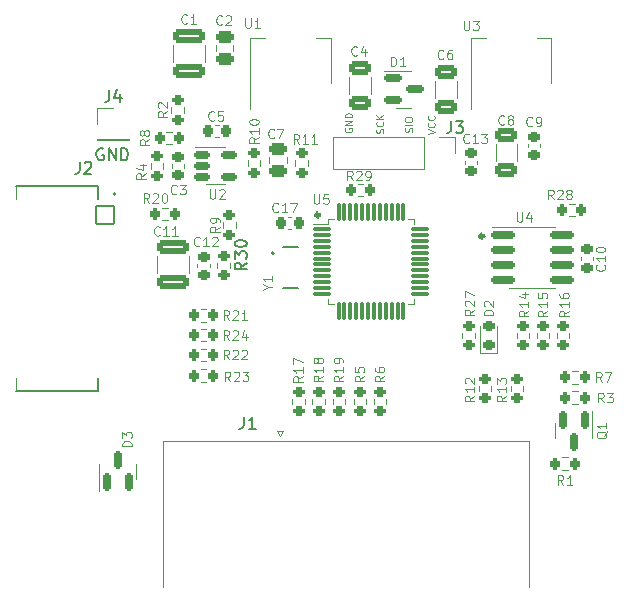
<source format=gto>
G04 #@! TF.GenerationSoftware,KiCad,Pcbnew,7.0.7-7.0.7~ubuntu22.04.1*
G04 #@! TF.CreationDate,2023-09-20T09:52:15-03:00*
G04 #@! TF.ProjectId,CTB-02,4354422d-3032-42e6-9b69-6361645f7063,rev?*
G04 #@! TF.SameCoordinates,Original*
G04 #@! TF.FileFunction,Legend,Top*
G04 #@! TF.FilePolarity,Positive*
%FSLAX46Y46*%
G04 Gerber Fmt 4.6, Leading zero omitted, Abs format (unit mm)*
G04 Created by KiCad (PCBNEW 7.0.7-7.0.7~ubuntu22.04.1) date 2023-09-20 09:52:15*
%MOMM*%
%LPD*%
G01*
G04 APERTURE LIST*
G04 Aperture macros list*
%AMRoundRect*
0 Rectangle with rounded corners*
0 $1 Rounding radius*
0 $2 $3 $4 $5 $6 $7 $8 $9 X,Y pos of 4 corners*
0 Add a 4 corners polygon primitive as box body*
4,1,4,$2,$3,$4,$5,$6,$7,$8,$9,$2,$3,0*
0 Add four circle primitives for the rounded corners*
1,1,$1+$1,$2,$3*
1,1,$1+$1,$4,$5*
1,1,$1+$1,$6,$7*
1,1,$1+$1,$8,$9*
0 Add four rect primitives between the rounded corners*
20,1,$1+$1,$2,$3,$4,$5,0*
20,1,$1+$1,$4,$5,$6,$7,0*
20,1,$1+$1,$6,$7,$8,$9,0*
20,1,$1+$1,$8,$9,$2,$3,0*%
G04 Aperture macros list end*
%ADD10C,0.350000*%
%ADD11C,0.100000*%
%ADD12C,0.150000*%
%ADD13C,0.127000*%
%ADD14C,0.200000*%
%ADD15C,0.120000*%
%ADD16R,1.900000X0.400000*%
%ADD17RoundRect,0.102000X-0.754000X0.754000X-0.754000X-0.754000X0.754000X-0.754000X0.754000X0.754000X0*%
%ADD18C,1.712000*%
%ADD19RoundRect,0.150000X0.150000X-0.587500X0.150000X0.587500X-0.150000X0.587500X-0.150000X-0.587500X0*%
%ADD20RoundRect,0.200000X-0.200000X-0.275000X0.200000X-0.275000X0.200000X0.275000X-0.200000X0.275000X0*%
%ADD21RoundRect,0.200000X0.200000X0.275000X-0.200000X0.275000X-0.200000X-0.275000X0.200000X-0.275000X0*%
%ADD22RoundRect,0.200000X0.275000X-0.200000X0.275000X0.200000X-0.275000X0.200000X-0.275000X-0.200000X0*%
%ADD23C,2.200000*%
%ADD24RoundRect,0.200000X-0.275000X0.200000X-0.275000X-0.200000X0.275000X-0.200000X0.275000X0.200000X0*%
%ADD25R,1.500000X2.000000*%
%ADD26R,3.800000X2.000000*%
%ADD27RoundRect,0.150000X-0.150000X0.587500X-0.150000X-0.587500X0.150000X-0.587500X0.150000X0.587500X0*%
%ADD28RoundRect,0.250000X0.650000X-0.325000X0.650000X0.325000X-0.650000X0.325000X-0.650000X-0.325000X0*%
%ADD29RoundRect,0.225000X0.250000X-0.225000X0.250000X0.225000X-0.250000X0.225000X-0.250000X-0.225000X0*%
%ADD30RoundRect,0.218750X0.256250X-0.218750X0.256250X0.218750X-0.256250X0.218750X-0.256250X-0.218750X0*%
%ADD31RoundRect,0.225000X0.225000X0.250000X-0.225000X0.250000X-0.225000X-0.250000X0.225000X-0.250000X0*%
%ADD32R,1.700000X1.700000*%
%ADD33O,1.700000X1.700000*%
%ADD34RoundRect,0.150000X-0.512500X-0.150000X0.512500X-0.150000X0.512500X0.150000X-0.512500X0.150000X0*%
%ADD35RoundRect,0.250000X1.100000X-0.325000X1.100000X0.325000X-1.100000X0.325000X-1.100000X-0.325000X0*%
%ADD36RoundRect,0.250000X0.475000X-0.250000X0.475000X0.250000X-0.475000X0.250000X-0.475000X-0.250000X0*%
%ADD37RoundRect,0.150000X-0.587500X-0.150000X0.587500X-0.150000X0.587500X0.150000X-0.587500X0.150000X0*%
%ADD38C,4.000000*%
%ADD39R,1.600000X1.600000*%
%ADD40C,1.600000*%
%ADD41RoundRect,0.225000X-0.250000X0.225000X-0.250000X-0.225000X0.250000X-0.225000X0.250000X0.225000X0*%
%ADD42RoundRect,0.250000X-0.475000X0.250000X-0.475000X-0.250000X0.475000X-0.250000X0.475000X0.250000X0*%
%ADD43RoundRect,0.150000X-0.825000X-0.150000X0.825000X-0.150000X0.825000X0.150000X-0.825000X0.150000X0*%
%ADD44RoundRect,0.250000X-0.650000X0.325000X-0.650000X-0.325000X0.650000X-0.325000X0.650000X0.325000X0*%
%ADD45RoundRect,0.075000X-0.662500X-0.075000X0.662500X-0.075000X0.662500X0.075000X-0.662500X0.075000X0*%
%ADD46RoundRect,0.075000X-0.075000X-0.662500X0.075000X-0.662500X0.075000X0.662500X-0.075000X0.662500X0*%
%ADD47RoundRect,0.250000X-1.100000X0.325000X-1.100000X-0.325000X1.100000X-0.325000X1.100000X0.325000X0*%
G04 APERTURE END LIST*
D10*
X161675000Y-85450000D02*
G75*
G03*
X161675000Y-85450000I-175000J0D01*
G01*
X147775000Y-83650000D02*
G75*
G03*
X147775000Y-83650000I-175000J0D01*
G01*
D11*
X156922371Y-76800000D02*
X157522371Y-76600000D01*
X157522371Y-76600000D02*
X156922371Y-76400000D01*
X157465228Y-75857142D02*
X157493800Y-75885714D01*
X157493800Y-75885714D02*
X157522371Y-75971428D01*
X157522371Y-75971428D02*
X157522371Y-76028571D01*
X157522371Y-76028571D02*
X157493800Y-76114285D01*
X157493800Y-76114285D02*
X157436657Y-76171428D01*
X157436657Y-76171428D02*
X157379514Y-76199999D01*
X157379514Y-76199999D02*
X157265228Y-76228571D01*
X157265228Y-76228571D02*
X157179514Y-76228571D01*
X157179514Y-76228571D02*
X157065228Y-76199999D01*
X157065228Y-76199999D02*
X157008085Y-76171428D01*
X157008085Y-76171428D02*
X156950942Y-76114285D01*
X156950942Y-76114285D02*
X156922371Y-76028571D01*
X156922371Y-76028571D02*
X156922371Y-75971428D01*
X156922371Y-75971428D02*
X156950942Y-75885714D01*
X156950942Y-75885714D02*
X156979514Y-75857142D01*
X157465228Y-75257142D02*
X157493800Y-75285714D01*
X157493800Y-75285714D02*
X157522371Y-75371428D01*
X157522371Y-75371428D02*
X157522371Y-75428571D01*
X157522371Y-75428571D02*
X157493800Y-75514285D01*
X157493800Y-75514285D02*
X157436657Y-75571428D01*
X157436657Y-75571428D02*
X157379514Y-75599999D01*
X157379514Y-75599999D02*
X157265228Y-75628571D01*
X157265228Y-75628571D02*
X157179514Y-75628571D01*
X157179514Y-75628571D02*
X157065228Y-75599999D01*
X157065228Y-75599999D02*
X157008085Y-75571428D01*
X157008085Y-75571428D02*
X156950942Y-75514285D01*
X156950942Y-75514285D02*
X156922371Y-75428571D01*
X156922371Y-75428571D02*
X156922371Y-75371428D01*
X156922371Y-75371428D02*
X156950942Y-75285714D01*
X156950942Y-75285714D02*
X156979514Y-75257142D01*
X155593800Y-76628571D02*
X155622371Y-76542857D01*
X155622371Y-76542857D02*
X155622371Y-76399999D01*
X155622371Y-76399999D02*
X155593800Y-76342857D01*
X155593800Y-76342857D02*
X155565228Y-76314285D01*
X155565228Y-76314285D02*
X155508085Y-76285714D01*
X155508085Y-76285714D02*
X155450942Y-76285714D01*
X155450942Y-76285714D02*
X155393800Y-76314285D01*
X155393800Y-76314285D02*
X155365228Y-76342857D01*
X155365228Y-76342857D02*
X155336657Y-76399999D01*
X155336657Y-76399999D02*
X155308085Y-76514285D01*
X155308085Y-76514285D02*
X155279514Y-76571428D01*
X155279514Y-76571428D02*
X155250942Y-76599999D01*
X155250942Y-76599999D02*
X155193800Y-76628571D01*
X155193800Y-76628571D02*
X155136657Y-76628571D01*
X155136657Y-76628571D02*
X155079514Y-76599999D01*
X155079514Y-76599999D02*
X155050942Y-76571428D01*
X155050942Y-76571428D02*
X155022371Y-76514285D01*
X155022371Y-76514285D02*
X155022371Y-76371428D01*
X155022371Y-76371428D02*
X155050942Y-76285714D01*
X155622371Y-76028570D02*
X155022371Y-76028570D01*
X155022371Y-75628571D02*
X155022371Y-75514285D01*
X155022371Y-75514285D02*
X155050942Y-75457142D01*
X155050942Y-75457142D02*
X155108085Y-75399999D01*
X155108085Y-75399999D02*
X155222371Y-75371428D01*
X155222371Y-75371428D02*
X155422371Y-75371428D01*
X155422371Y-75371428D02*
X155536657Y-75399999D01*
X155536657Y-75399999D02*
X155593800Y-75457142D01*
X155593800Y-75457142D02*
X155622371Y-75514285D01*
X155622371Y-75514285D02*
X155622371Y-75628571D01*
X155622371Y-75628571D02*
X155593800Y-75685714D01*
X155593800Y-75685714D02*
X155536657Y-75742856D01*
X155536657Y-75742856D02*
X155422371Y-75771428D01*
X155422371Y-75771428D02*
X155222371Y-75771428D01*
X155222371Y-75771428D02*
X155108085Y-75742856D01*
X155108085Y-75742856D02*
X155050942Y-75685714D01*
X155050942Y-75685714D02*
X155022371Y-75628571D01*
X149950942Y-76307142D02*
X149922371Y-76364285D01*
X149922371Y-76364285D02*
X149922371Y-76449999D01*
X149922371Y-76449999D02*
X149950942Y-76535713D01*
X149950942Y-76535713D02*
X150008085Y-76592856D01*
X150008085Y-76592856D02*
X150065228Y-76621427D01*
X150065228Y-76621427D02*
X150179514Y-76649999D01*
X150179514Y-76649999D02*
X150265228Y-76649999D01*
X150265228Y-76649999D02*
X150379514Y-76621427D01*
X150379514Y-76621427D02*
X150436657Y-76592856D01*
X150436657Y-76592856D02*
X150493800Y-76535713D01*
X150493800Y-76535713D02*
X150522371Y-76449999D01*
X150522371Y-76449999D02*
X150522371Y-76392856D01*
X150522371Y-76392856D02*
X150493800Y-76307142D01*
X150493800Y-76307142D02*
X150465228Y-76278570D01*
X150465228Y-76278570D02*
X150265228Y-76278570D01*
X150265228Y-76278570D02*
X150265228Y-76392856D01*
X150522371Y-76021427D02*
X149922371Y-76021427D01*
X149922371Y-76021427D02*
X150522371Y-75678570D01*
X150522371Y-75678570D02*
X149922371Y-75678570D01*
X150522371Y-75392856D02*
X149922371Y-75392856D01*
X149922371Y-75392856D02*
X149922371Y-75249999D01*
X149922371Y-75249999D02*
X149950942Y-75164285D01*
X149950942Y-75164285D02*
X150008085Y-75107142D01*
X150008085Y-75107142D02*
X150065228Y-75078571D01*
X150065228Y-75078571D02*
X150179514Y-75049999D01*
X150179514Y-75049999D02*
X150265228Y-75049999D01*
X150265228Y-75049999D02*
X150379514Y-75078571D01*
X150379514Y-75078571D02*
X150436657Y-75107142D01*
X150436657Y-75107142D02*
X150493800Y-75164285D01*
X150493800Y-75164285D02*
X150522371Y-75249999D01*
X150522371Y-75249999D02*
X150522371Y-75392856D01*
D12*
X129460588Y-78067438D02*
X129365350Y-78019819D01*
X129365350Y-78019819D02*
X129222493Y-78019819D01*
X129222493Y-78019819D02*
X129079636Y-78067438D01*
X129079636Y-78067438D02*
X128984398Y-78162676D01*
X128984398Y-78162676D02*
X128936779Y-78257914D01*
X128936779Y-78257914D02*
X128889160Y-78448390D01*
X128889160Y-78448390D02*
X128889160Y-78591247D01*
X128889160Y-78591247D02*
X128936779Y-78781723D01*
X128936779Y-78781723D02*
X128984398Y-78876961D01*
X128984398Y-78876961D02*
X129079636Y-78972200D01*
X129079636Y-78972200D02*
X129222493Y-79019819D01*
X129222493Y-79019819D02*
X129317731Y-79019819D01*
X129317731Y-79019819D02*
X129460588Y-78972200D01*
X129460588Y-78972200D02*
X129508207Y-78924580D01*
X129508207Y-78924580D02*
X129508207Y-78591247D01*
X129508207Y-78591247D02*
X129317731Y-78591247D01*
X129936779Y-79019819D02*
X129936779Y-78019819D01*
X129936779Y-78019819D02*
X130508207Y-79019819D01*
X130508207Y-79019819D02*
X130508207Y-78019819D01*
X130984398Y-79019819D02*
X130984398Y-78019819D01*
X130984398Y-78019819D02*
X131222493Y-78019819D01*
X131222493Y-78019819D02*
X131365350Y-78067438D01*
X131365350Y-78067438D02*
X131460588Y-78162676D01*
X131460588Y-78162676D02*
X131508207Y-78257914D01*
X131508207Y-78257914D02*
X131555826Y-78448390D01*
X131555826Y-78448390D02*
X131555826Y-78591247D01*
X131555826Y-78591247D02*
X131508207Y-78781723D01*
X131508207Y-78781723D02*
X131460588Y-78876961D01*
X131460588Y-78876961D02*
X131365350Y-78972200D01*
X131365350Y-78972200D02*
X131222493Y-79019819D01*
X131222493Y-79019819D02*
X130984398Y-79019819D01*
D11*
X153143800Y-76721428D02*
X153172371Y-76635714D01*
X153172371Y-76635714D02*
X153172371Y-76492856D01*
X153172371Y-76492856D02*
X153143800Y-76435714D01*
X153143800Y-76435714D02*
X153115228Y-76407142D01*
X153115228Y-76407142D02*
X153058085Y-76378571D01*
X153058085Y-76378571D02*
X153000942Y-76378571D01*
X153000942Y-76378571D02*
X152943800Y-76407142D01*
X152943800Y-76407142D02*
X152915228Y-76435714D01*
X152915228Y-76435714D02*
X152886657Y-76492856D01*
X152886657Y-76492856D02*
X152858085Y-76607142D01*
X152858085Y-76607142D02*
X152829514Y-76664285D01*
X152829514Y-76664285D02*
X152800942Y-76692856D01*
X152800942Y-76692856D02*
X152743800Y-76721428D01*
X152743800Y-76721428D02*
X152686657Y-76721428D01*
X152686657Y-76721428D02*
X152629514Y-76692856D01*
X152629514Y-76692856D02*
X152600942Y-76664285D01*
X152600942Y-76664285D02*
X152572371Y-76607142D01*
X152572371Y-76607142D02*
X152572371Y-76464285D01*
X152572371Y-76464285D02*
X152600942Y-76378571D01*
X153115228Y-75778570D02*
X153143800Y-75807142D01*
X153143800Y-75807142D02*
X153172371Y-75892856D01*
X153172371Y-75892856D02*
X153172371Y-75949999D01*
X153172371Y-75949999D02*
X153143800Y-76035713D01*
X153143800Y-76035713D02*
X153086657Y-76092856D01*
X153086657Y-76092856D02*
X153029514Y-76121427D01*
X153029514Y-76121427D02*
X152915228Y-76149999D01*
X152915228Y-76149999D02*
X152829514Y-76149999D01*
X152829514Y-76149999D02*
X152715228Y-76121427D01*
X152715228Y-76121427D02*
X152658085Y-76092856D01*
X152658085Y-76092856D02*
X152600942Y-76035713D01*
X152600942Y-76035713D02*
X152572371Y-75949999D01*
X152572371Y-75949999D02*
X152572371Y-75892856D01*
X152572371Y-75892856D02*
X152600942Y-75807142D01*
X152600942Y-75807142D02*
X152629514Y-75778570D01*
X153172371Y-75521427D02*
X152572371Y-75521427D01*
X153172371Y-75178570D02*
X152829514Y-75435713D01*
X152572371Y-75178570D02*
X152915228Y-75521427D01*
X143383942Y-89780951D02*
X143764895Y-89780951D01*
X142964895Y-90047618D02*
X143383942Y-89780951D01*
X143383942Y-89780951D02*
X142964895Y-89514285D01*
X143764895Y-88828571D02*
X143764895Y-89285714D01*
X143764895Y-89057142D02*
X142964895Y-89057142D01*
X142964895Y-89057142D02*
X143079180Y-89133333D01*
X143079180Y-89133333D02*
X143155371Y-89209523D01*
X143155371Y-89209523D02*
X143193466Y-89285714D01*
D12*
X127466666Y-79154819D02*
X127466666Y-79869104D01*
X127466666Y-79869104D02*
X127419047Y-80011961D01*
X127419047Y-80011961D02*
X127323809Y-80107200D01*
X127323809Y-80107200D02*
X127180952Y-80154819D01*
X127180952Y-80154819D02*
X127085714Y-80154819D01*
X127895238Y-79250057D02*
X127942857Y-79202438D01*
X127942857Y-79202438D02*
X128038095Y-79154819D01*
X128038095Y-79154819D02*
X128276190Y-79154819D01*
X128276190Y-79154819D02*
X128371428Y-79202438D01*
X128371428Y-79202438D02*
X128419047Y-79250057D01*
X128419047Y-79250057D02*
X128466666Y-79345295D01*
X128466666Y-79345295D02*
X128466666Y-79440533D01*
X128466666Y-79440533D02*
X128419047Y-79583390D01*
X128419047Y-79583390D02*
X127847619Y-80154819D01*
X127847619Y-80154819D02*
X128466666Y-80154819D01*
D11*
X131864895Y-103252975D02*
X131064895Y-103252975D01*
X131064895Y-103252975D02*
X131064895Y-103062499D01*
X131064895Y-103062499D02*
X131102990Y-102948213D01*
X131102990Y-102948213D02*
X131179180Y-102872023D01*
X131179180Y-102872023D02*
X131255371Y-102833928D01*
X131255371Y-102833928D02*
X131407752Y-102795832D01*
X131407752Y-102795832D02*
X131522038Y-102795832D01*
X131522038Y-102795832D02*
X131674419Y-102833928D01*
X131674419Y-102833928D02*
X131750609Y-102872023D01*
X131750609Y-102872023D02*
X131826800Y-102948213D01*
X131826800Y-102948213D02*
X131864895Y-103062499D01*
X131864895Y-103062499D02*
X131864895Y-103252975D01*
X131064895Y-102529166D02*
X131064895Y-102033928D01*
X131064895Y-102033928D02*
X131369657Y-102300594D01*
X131369657Y-102300594D02*
X131369657Y-102186309D01*
X131369657Y-102186309D02*
X131407752Y-102110118D01*
X131407752Y-102110118D02*
X131445847Y-102072023D01*
X131445847Y-102072023D02*
X131522038Y-102033928D01*
X131522038Y-102033928D02*
X131712514Y-102033928D01*
X131712514Y-102033928D02*
X131788704Y-102072023D01*
X131788704Y-102072023D02*
X131826800Y-102110118D01*
X131826800Y-102110118D02*
X131864895Y-102186309D01*
X131864895Y-102186309D02*
X131864895Y-102414880D01*
X131864895Y-102414880D02*
X131826800Y-102491071D01*
X131826800Y-102491071D02*
X131788704Y-102529166D01*
X133335714Y-82614895D02*
X133069047Y-82233942D01*
X132878571Y-82614895D02*
X132878571Y-81814895D01*
X132878571Y-81814895D02*
X133183333Y-81814895D01*
X133183333Y-81814895D02*
X133259523Y-81852990D01*
X133259523Y-81852990D02*
X133297618Y-81891085D01*
X133297618Y-81891085D02*
X133335714Y-81967276D01*
X133335714Y-81967276D02*
X133335714Y-82081561D01*
X133335714Y-82081561D02*
X133297618Y-82157752D01*
X133297618Y-82157752D02*
X133259523Y-82195847D01*
X133259523Y-82195847D02*
X133183333Y-82233942D01*
X133183333Y-82233942D02*
X132878571Y-82233942D01*
X133640475Y-81891085D02*
X133678571Y-81852990D01*
X133678571Y-81852990D02*
X133754761Y-81814895D01*
X133754761Y-81814895D02*
X133945237Y-81814895D01*
X133945237Y-81814895D02*
X134021428Y-81852990D01*
X134021428Y-81852990D02*
X134059523Y-81891085D01*
X134059523Y-81891085D02*
X134097618Y-81967276D01*
X134097618Y-81967276D02*
X134097618Y-82043466D01*
X134097618Y-82043466D02*
X134059523Y-82157752D01*
X134059523Y-82157752D02*
X133602380Y-82614895D01*
X133602380Y-82614895D02*
X134097618Y-82614895D01*
X134592857Y-81814895D02*
X134669047Y-81814895D01*
X134669047Y-81814895D02*
X134745238Y-81852990D01*
X134745238Y-81852990D02*
X134783333Y-81891085D01*
X134783333Y-81891085D02*
X134821428Y-81967276D01*
X134821428Y-81967276D02*
X134859523Y-82119657D01*
X134859523Y-82119657D02*
X134859523Y-82310133D01*
X134859523Y-82310133D02*
X134821428Y-82462514D01*
X134821428Y-82462514D02*
X134783333Y-82538704D01*
X134783333Y-82538704D02*
X134745238Y-82576800D01*
X134745238Y-82576800D02*
X134669047Y-82614895D01*
X134669047Y-82614895D02*
X134592857Y-82614895D01*
X134592857Y-82614895D02*
X134516666Y-82576800D01*
X134516666Y-82576800D02*
X134478571Y-82538704D01*
X134478571Y-82538704D02*
X134440476Y-82462514D01*
X134440476Y-82462514D02*
X134402380Y-82310133D01*
X134402380Y-82310133D02*
X134402380Y-82119657D01*
X134402380Y-82119657D02*
X134440476Y-81967276D01*
X134440476Y-81967276D02*
X134478571Y-81891085D01*
X134478571Y-81891085D02*
X134516666Y-81852990D01*
X134516666Y-81852990D02*
X134592857Y-81814895D01*
X171666667Y-97777395D02*
X171400000Y-97396442D01*
X171209524Y-97777395D02*
X171209524Y-96977395D01*
X171209524Y-96977395D02*
X171514286Y-96977395D01*
X171514286Y-96977395D02*
X171590476Y-97015490D01*
X171590476Y-97015490D02*
X171628571Y-97053585D01*
X171628571Y-97053585D02*
X171666667Y-97129776D01*
X171666667Y-97129776D02*
X171666667Y-97244061D01*
X171666667Y-97244061D02*
X171628571Y-97320252D01*
X171628571Y-97320252D02*
X171590476Y-97358347D01*
X171590476Y-97358347D02*
X171514286Y-97396442D01*
X171514286Y-97396442D02*
X171209524Y-97396442D01*
X171933333Y-96977395D02*
X172466667Y-96977395D01*
X172466667Y-96977395D02*
X172123809Y-97777395D01*
D12*
X141604819Y-87692857D02*
X141128628Y-88026190D01*
X141604819Y-88264285D02*
X140604819Y-88264285D01*
X140604819Y-88264285D02*
X140604819Y-87883333D01*
X140604819Y-87883333D02*
X140652438Y-87788095D01*
X140652438Y-87788095D02*
X140700057Y-87740476D01*
X140700057Y-87740476D02*
X140795295Y-87692857D01*
X140795295Y-87692857D02*
X140938152Y-87692857D01*
X140938152Y-87692857D02*
X141033390Y-87740476D01*
X141033390Y-87740476D02*
X141081009Y-87788095D01*
X141081009Y-87788095D02*
X141128628Y-87883333D01*
X141128628Y-87883333D02*
X141128628Y-88264285D01*
X140604819Y-87359523D02*
X140604819Y-86740476D01*
X140604819Y-86740476D02*
X140985771Y-87073809D01*
X140985771Y-87073809D02*
X140985771Y-86930952D01*
X140985771Y-86930952D02*
X141033390Y-86835714D01*
X141033390Y-86835714D02*
X141081009Y-86788095D01*
X141081009Y-86788095D02*
X141176247Y-86740476D01*
X141176247Y-86740476D02*
X141414342Y-86740476D01*
X141414342Y-86740476D02*
X141509580Y-86788095D01*
X141509580Y-86788095D02*
X141557200Y-86835714D01*
X141557200Y-86835714D02*
X141604819Y-86930952D01*
X141604819Y-86930952D02*
X141604819Y-87216666D01*
X141604819Y-87216666D02*
X141557200Y-87311904D01*
X141557200Y-87311904D02*
X141509580Y-87359523D01*
X140604819Y-86121428D02*
X140604819Y-86026190D01*
X140604819Y-86026190D02*
X140652438Y-85930952D01*
X140652438Y-85930952D02*
X140700057Y-85883333D01*
X140700057Y-85883333D02*
X140795295Y-85835714D01*
X140795295Y-85835714D02*
X140985771Y-85788095D01*
X140985771Y-85788095D02*
X141223866Y-85788095D01*
X141223866Y-85788095D02*
X141414342Y-85835714D01*
X141414342Y-85835714D02*
X141509580Y-85883333D01*
X141509580Y-85883333D02*
X141557200Y-85930952D01*
X141557200Y-85930952D02*
X141604819Y-86026190D01*
X141604819Y-86026190D02*
X141604819Y-86121428D01*
X141604819Y-86121428D02*
X141557200Y-86216666D01*
X141557200Y-86216666D02*
X141509580Y-86264285D01*
X141509580Y-86264285D02*
X141414342Y-86311904D01*
X141414342Y-86311904D02*
X141223866Y-86359523D01*
X141223866Y-86359523D02*
X140985771Y-86359523D01*
X140985771Y-86359523D02*
X140795295Y-86311904D01*
X140795295Y-86311904D02*
X140700057Y-86264285D01*
X140700057Y-86264285D02*
X140652438Y-86216666D01*
X140652438Y-86216666D02*
X140604819Y-86121428D01*
D11*
X163564895Y-98964285D02*
X163183942Y-99230952D01*
X163564895Y-99421428D02*
X162764895Y-99421428D01*
X162764895Y-99421428D02*
X162764895Y-99116666D01*
X162764895Y-99116666D02*
X162802990Y-99040476D01*
X162802990Y-99040476D02*
X162841085Y-99002381D01*
X162841085Y-99002381D02*
X162917276Y-98964285D01*
X162917276Y-98964285D02*
X163031561Y-98964285D01*
X163031561Y-98964285D02*
X163107752Y-99002381D01*
X163107752Y-99002381D02*
X163145847Y-99040476D01*
X163145847Y-99040476D02*
X163183942Y-99116666D01*
X163183942Y-99116666D02*
X163183942Y-99421428D01*
X163564895Y-98202381D02*
X163564895Y-98659524D01*
X163564895Y-98430952D02*
X162764895Y-98430952D01*
X162764895Y-98430952D02*
X162879180Y-98507143D01*
X162879180Y-98507143D02*
X162955371Y-98583333D01*
X162955371Y-98583333D02*
X162993466Y-98659524D01*
X162764895Y-97935714D02*
X162764895Y-97440476D01*
X162764895Y-97440476D02*
X163069657Y-97707142D01*
X163069657Y-97707142D02*
X163069657Y-97592857D01*
X163069657Y-97592857D02*
X163107752Y-97516666D01*
X163107752Y-97516666D02*
X163145847Y-97478571D01*
X163145847Y-97478571D02*
X163222038Y-97440476D01*
X163222038Y-97440476D02*
X163412514Y-97440476D01*
X163412514Y-97440476D02*
X163488704Y-97478571D01*
X163488704Y-97478571D02*
X163526800Y-97516666D01*
X163526800Y-97516666D02*
X163564895Y-97592857D01*
X163564895Y-97592857D02*
X163564895Y-97821428D01*
X163564895Y-97821428D02*
X163526800Y-97897619D01*
X163526800Y-97897619D02*
X163488704Y-97935714D01*
X168864895Y-91764285D02*
X168483942Y-92030952D01*
X168864895Y-92221428D02*
X168064895Y-92221428D01*
X168064895Y-92221428D02*
X168064895Y-91916666D01*
X168064895Y-91916666D02*
X168102990Y-91840476D01*
X168102990Y-91840476D02*
X168141085Y-91802381D01*
X168141085Y-91802381D02*
X168217276Y-91764285D01*
X168217276Y-91764285D02*
X168331561Y-91764285D01*
X168331561Y-91764285D02*
X168407752Y-91802381D01*
X168407752Y-91802381D02*
X168445847Y-91840476D01*
X168445847Y-91840476D02*
X168483942Y-91916666D01*
X168483942Y-91916666D02*
X168483942Y-92221428D01*
X168864895Y-91002381D02*
X168864895Y-91459524D01*
X168864895Y-91230952D02*
X168064895Y-91230952D01*
X168064895Y-91230952D02*
X168179180Y-91307143D01*
X168179180Y-91307143D02*
X168255371Y-91383333D01*
X168255371Y-91383333D02*
X168293466Y-91459524D01*
X168064895Y-90316666D02*
X168064895Y-90469047D01*
X168064895Y-90469047D02*
X168102990Y-90545238D01*
X168102990Y-90545238D02*
X168141085Y-90583333D01*
X168141085Y-90583333D02*
X168255371Y-90659523D01*
X168255371Y-90659523D02*
X168407752Y-90697619D01*
X168407752Y-90697619D02*
X168712514Y-90697619D01*
X168712514Y-90697619D02*
X168788704Y-90659523D01*
X168788704Y-90659523D02*
X168826800Y-90621428D01*
X168826800Y-90621428D02*
X168864895Y-90545238D01*
X168864895Y-90545238D02*
X168864895Y-90392857D01*
X168864895Y-90392857D02*
X168826800Y-90316666D01*
X168826800Y-90316666D02*
X168788704Y-90278571D01*
X168788704Y-90278571D02*
X168712514Y-90240476D01*
X168712514Y-90240476D02*
X168522038Y-90240476D01*
X168522038Y-90240476D02*
X168445847Y-90278571D01*
X168445847Y-90278571D02*
X168407752Y-90316666D01*
X168407752Y-90316666D02*
X168369657Y-90392857D01*
X168369657Y-90392857D02*
X168369657Y-90545238D01*
X168369657Y-90545238D02*
X168407752Y-90621428D01*
X168407752Y-90621428D02*
X168445847Y-90659523D01*
X168445847Y-90659523D02*
X168522038Y-90697619D01*
X134864895Y-74883332D02*
X134483942Y-75149999D01*
X134864895Y-75340475D02*
X134064895Y-75340475D01*
X134064895Y-75340475D02*
X134064895Y-75035713D01*
X134064895Y-75035713D02*
X134102990Y-74959523D01*
X134102990Y-74959523D02*
X134141085Y-74921428D01*
X134141085Y-74921428D02*
X134217276Y-74883332D01*
X134217276Y-74883332D02*
X134331561Y-74883332D01*
X134331561Y-74883332D02*
X134407752Y-74921428D01*
X134407752Y-74921428D02*
X134445847Y-74959523D01*
X134445847Y-74959523D02*
X134483942Y-75035713D01*
X134483942Y-75035713D02*
X134483942Y-75340475D01*
X134141085Y-74578571D02*
X134102990Y-74540475D01*
X134102990Y-74540475D02*
X134064895Y-74464285D01*
X134064895Y-74464285D02*
X134064895Y-74273809D01*
X134064895Y-74273809D02*
X134102990Y-74197618D01*
X134102990Y-74197618D02*
X134141085Y-74159523D01*
X134141085Y-74159523D02*
X134217276Y-74121428D01*
X134217276Y-74121428D02*
X134293466Y-74121428D01*
X134293466Y-74121428D02*
X134407752Y-74159523D01*
X134407752Y-74159523D02*
X134864895Y-74616666D01*
X134864895Y-74616666D02*
X134864895Y-74121428D01*
X167585714Y-82314895D02*
X167319047Y-81933942D01*
X167128571Y-82314895D02*
X167128571Y-81514895D01*
X167128571Y-81514895D02*
X167433333Y-81514895D01*
X167433333Y-81514895D02*
X167509523Y-81552990D01*
X167509523Y-81552990D02*
X167547618Y-81591085D01*
X167547618Y-81591085D02*
X167585714Y-81667276D01*
X167585714Y-81667276D02*
X167585714Y-81781561D01*
X167585714Y-81781561D02*
X167547618Y-81857752D01*
X167547618Y-81857752D02*
X167509523Y-81895847D01*
X167509523Y-81895847D02*
X167433333Y-81933942D01*
X167433333Y-81933942D02*
X167128571Y-81933942D01*
X167890475Y-81591085D02*
X167928571Y-81552990D01*
X167928571Y-81552990D02*
X168004761Y-81514895D01*
X168004761Y-81514895D02*
X168195237Y-81514895D01*
X168195237Y-81514895D02*
X168271428Y-81552990D01*
X168271428Y-81552990D02*
X168309523Y-81591085D01*
X168309523Y-81591085D02*
X168347618Y-81667276D01*
X168347618Y-81667276D02*
X168347618Y-81743466D01*
X168347618Y-81743466D02*
X168309523Y-81857752D01*
X168309523Y-81857752D02*
X167852380Y-82314895D01*
X167852380Y-82314895D02*
X168347618Y-82314895D01*
X168804761Y-81857752D02*
X168728571Y-81819657D01*
X168728571Y-81819657D02*
X168690476Y-81781561D01*
X168690476Y-81781561D02*
X168652380Y-81705371D01*
X168652380Y-81705371D02*
X168652380Y-81667276D01*
X168652380Y-81667276D02*
X168690476Y-81591085D01*
X168690476Y-81591085D02*
X168728571Y-81552990D01*
X168728571Y-81552990D02*
X168804761Y-81514895D01*
X168804761Y-81514895D02*
X168957142Y-81514895D01*
X168957142Y-81514895D02*
X169033333Y-81552990D01*
X169033333Y-81552990D02*
X169071428Y-81591085D01*
X169071428Y-81591085D02*
X169109523Y-81667276D01*
X169109523Y-81667276D02*
X169109523Y-81705371D01*
X169109523Y-81705371D02*
X169071428Y-81781561D01*
X169071428Y-81781561D02*
X169033333Y-81819657D01*
X169033333Y-81819657D02*
X168957142Y-81857752D01*
X168957142Y-81857752D02*
X168804761Y-81857752D01*
X168804761Y-81857752D02*
X168728571Y-81895847D01*
X168728571Y-81895847D02*
X168690476Y-81933942D01*
X168690476Y-81933942D02*
X168652380Y-82010133D01*
X168652380Y-82010133D02*
X168652380Y-82162514D01*
X168652380Y-82162514D02*
X168690476Y-82238704D01*
X168690476Y-82238704D02*
X168728571Y-82276800D01*
X168728571Y-82276800D02*
X168804761Y-82314895D01*
X168804761Y-82314895D02*
X168957142Y-82314895D01*
X168957142Y-82314895D02*
X169033333Y-82276800D01*
X169033333Y-82276800D02*
X169071428Y-82238704D01*
X169071428Y-82238704D02*
X169109523Y-82162514D01*
X169109523Y-82162514D02*
X169109523Y-82010133D01*
X169109523Y-82010133D02*
X169071428Y-81933942D01*
X169071428Y-81933942D02*
X169033333Y-81895847D01*
X169033333Y-81895847D02*
X168957142Y-81857752D01*
X160864895Y-98964285D02*
X160483942Y-99230952D01*
X160864895Y-99421428D02*
X160064895Y-99421428D01*
X160064895Y-99421428D02*
X160064895Y-99116666D01*
X160064895Y-99116666D02*
X160102990Y-99040476D01*
X160102990Y-99040476D02*
X160141085Y-99002381D01*
X160141085Y-99002381D02*
X160217276Y-98964285D01*
X160217276Y-98964285D02*
X160331561Y-98964285D01*
X160331561Y-98964285D02*
X160407752Y-99002381D01*
X160407752Y-99002381D02*
X160445847Y-99040476D01*
X160445847Y-99040476D02*
X160483942Y-99116666D01*
X160483942Y-99116666D02*
X160483942Y-99421428D01*
X160864895Y-98202381D02*
X160864895Y-98659524D01*
X160864895Y-98430952D02*
X160064895Y-98430952D01*
X160064895Y-98430952D02*
X160179180Y-98507143D01*
X160179180Y-98507143D02*
X160255371Y-98583333D01*
X160255371Y-98583333D02*
X160293466Y-98659524D01*
X160141085Y-97897619D02*
X160102990Y-97859523D01*
X160102990Y-97859523D02*
X160064895Y-97783333D01*
X160064895Y-97783333D02*
X160064895Y-97592857D01*
X160064895Y-97592857D02*
X160102990Y-97516666D01*
X160102990Y-97516666D02*
X160141085Y-97478571D01*
X160141085Y-97478571D02*
X160217276Y-97440476D01*
X160217276Y-97440476D02*
X160293466Y-97440476D01*
X160293466Y-97440476D02*
X160407752Y-97478571D01*
X160407752Y-97478571D02*
X160864895Y-97935714D01*
X160864895Y-97935714D02*
X160864895Y-97440476D01*
X140123214Y-94227395D02*
X139856547Y-93846442D01*
X139666071Y-94227395D02*
X139666071Y-93427395D01*
X139666071Y-93427395D02*
X139970833Y-93427395D01*
X139970833Y-93427395D02*
X140047023Y-93465490D01*
X140047023Y-93465490D02*
X140085118Y-93503585D01*
X140085118Y-93503585D02*
X140123214Y-93579776D01*
X140123214Y-93579776D02*
X140123214Y-93694061D01*
X140123214Y-93694061D02*
X140085118Y-93770252D01*
X140085118Y-93770252D02*
X140047023Y-93808347D01*
X140047023Y-93808347D02*
X139970833Y-93846442D01*
X139970833Y-93846442D02*
X139666071Y-93846442D01*
X140427975Y-93503585D02*
X140466071Y-93465490D01*
X140466071Y-93465490D02*
X140542261Y-93427395D01*
X140542261Y-93427395D02*
X140732737Y-93427395D01*
X140732737Y-93427395D02*
X140808928Y-93465490D01*
X140808928Y-93465490D02*
X140847023Y-93503585D01*
X140847023Y-93503585D02*
X140885118Y-93579776D01*
X140885118Y-93579776D02*
X140885118Y-93655966D01*
X140885118Y-93655966D02*
X140847023Y-93770252D01*
X140847023Y-93770252D02*
X140389880Y-94227395D01*
X140389880Y-94227395D02*
X140885118Y-94227395D01*
X141570833Y-93694061D02*
X141570833Y-94227395D01*
X141380357Y-93389300D02*
X141189880Y-93960728D01*
X141189880Y-93960728D02*
X141685119Y-93960728D01*
X133364895Y-77233332D02*
X132983942Y-77499999D01*
X133364895Y-77690475D02*
X132564895Y-77690475D01*
X132564895Y-77690475D02*
X132564895Y-77385713D01*
X132564895Y-77385713D02*
X132602990Y-77309523D01*
X132602990Y-77309523D02*
X132641085Y-77271428D01*
X132641085Y-77271428D02*
X132717276Y-77233332D01*
X132717276Y-77233332D02*
X132831561Y-77233332D01*
X132831561Y-77233332D02*
X132907752Y-77271428D01*
X132907752Y-77271428D02*
X132945847Y-77309523D01*
X132945847Y-77309523D02*
X132983942Y-77385713D01*
X132983942Y-77385713D02*
X132983942Y-77690475D01*
X132907752Y-76776190D02*
X132869657Y-76852380D01*
X132869657Y-76852380D02*
X132831561Y-76890475D01*
X132831561Y-76890475D02*
X132755371Y-76928571D01*
X132755371Y-76928571D02*
X132717276Y-76928571D01*
X132717276Y-76928571D02*
X132641085Y-76890475D01*
X132641085Y-76890475D02*
X132602990Y-76852380D01*
X132602990Y-76852380D02*
X132564895Y-76776190D01*
X132564895Y-76776190D02*
X132564895Y-76623809D01*
X132564895Y-76623809D02*
X132602990Y-76547618D01*
X132602990Y-76547618D02*
X132641085Y-76509523D01*
X132641085Y-76509523D02*
X132717276Y-76471428D01*
X132717276Y-76471428D02*
X132755371Y-76471428D01*
X132755371Y-76471428D02*
X132831561Y-76509523D01*
X132831561Y-76509523D02*
X132869657Y-76547618D01*
X132869657Y-76547618D02*
X132907752Y-76623809D01*
X132907752Y-76623809D02*
X132907752Y-76776190D01*
X132907752Y-76776190D02*
X132945847Y-76852380D01*
X132945847Y-76852380D02*
X132983942Y-76890475D01*
X132983942Y-76890475D02*
X133060133Y-76928571D01*
X133060133Y-76928571D02*
X133212514Y-76928571D01*
X133212514Y-76928571D02*
X133288704Y-76890475D01*
X133288704Y-76890475D02*
X133326800Y-76852380D01*
X133326800Y-76852380D02*
X133364895Y-76776190D01*
X133364895Y-76776190D02*
X133364895Y-76623809D01*
X133364895Y-76623809D02*
X133326800Y-76547618D01*
X133326800Y-76547618D02*
X133288704Y-76509523D01*
X133288704Y-76509523D02*
X133212514Y-76471428D01*
X133212514Y-76471428D02*
X133060133Y-76471428D01*
X133060133Y-76471428D02*
X132983942Y-76509523D01*
X132983942Y-76509523D02*
X132945847Y-76547618D01*
X132945847Y-76547618D02*
X132907752Y-76623809D01*
X133064895Y-80133332D02*
X132683942Y-80399999D01*
X133064895Y-80590475D02*
X132264895Y-80590475D01*
X132264895Y-80590475D02*
X132264895Y-80285713D01*
X132264895Y-80285713D02*
X132302990Y-80209523D01*
X132302990Y-80209523D02*
X132341085Y-80171428D01*
X132341085Y-80171428D02*
X132417276Y-80133332D01*
X132417276Y-80133332D02*
X132531561Y-80133332D01*
X132531561Y-80133332D02*
X132607752Y-80171428D01*
X132607752Y-80171428D02*
X132645847Y-80209523D01*
X132645847Y-80209523D02*
X132683942Y-80285713D01*
X132683942Y-80285713D02*
X132683942Y-80590475D01*
X132531561Y-79447618D02*
X133064895Y-79447618D01*
X132226800Y-79638094D02*
X132798228Y-79828571D01*
X132798228Y-79828571D02*
X132798228Y-79333332D01*
X160864895Y-91664285D02*
X160483942Y-91930952D01*
X160864895Y-92121428D02*
X160064895Y-92121428D01*
X160064895Y-92121428D02*
X160064895Y-91816666D01*
X160064895Y-91816666D02*
X160102990Y-91740476D01*
X160102990Y-91740476D02*
X160141085Y-91702381D01*
X160141085Y-91702381D02*
X160217276Y-91664285D01*
X160217276Y-91664285D02*
X160331561Y-91664285D01*
X160331561Y-91664285D02*
X160407752Y-91702381D01*
X160407752Y-91702381D02*
X160445847Y-91740476D01*
X160445847Y-91740476D02*
X160483942Y-91816666D01*
X160483942Y-91816666D02*
X160483942Y-92121428D01*
X160141085Y-91359524D02*
X160102990Y-91321428D01*
X160102990Y-91321428D02*
X160064895Y-91245238D01*
X160064895Y-91245238D02*
X160064895Y-91054762D01*
X160064895Y-91054762D02*
X160102990Y-90978571D01*
X160102990Y-90978571D02*
X160141085Y-90940476D01*
X160141085Y-90940476D02*
X160217276Y-90902381D01*
X160217276Y-90902381D02*
X160293466Y-90902381D01*
X160293466Y-90902381D02*
X160407752Y-90940476D01*
X160407752Y-90940476D02*
X160864895Y-91397619D01*
X160864895Y-91397619D02*
X160864895Y-90902381D01*
X160064895Y-90635714D02*
X160064895Y-90102380D01*
X160064895Y-90102380D02*
X160864895Y-90445238D01*
X159990476Y-67214895D02*
X159990476Y-67862514D01*
X159990476Y-67862514D02*
X160028571Y-67938704D01*
X160028571Y-67938704D02*
X160066666Y-67976800D01*
X160066666Y-67976800D02*
X160142857Y-68014895D01*
X160142857Y-68014895D02*
X160295238Y-68014895D01*
X160295238Y-68014895D02*
X160371428Y-67976800D01*
X160371428Y-67976800D02*
X160409523Y-67938704D01*
X160409523Y-67938704D02*
X160447619Y-67862514D01*
X160447619Y-67862514D02*
X160447619Y-67214895D01*
X160752380Y-67214895D02*
X161247618Y-67214895D01*
X161247618Y-67214895D02*
X160980952Y-67519657D01*
X160980952Y-67519657D02*
X161095237Y-67519657D01*
X161095237Y-67519657D02*
X161171428Y-67557752D01*
X161171428Y-67557752D02*
X161209523Y-67595847D01*
X161209523Y-67595847D02*
X161247618Y-67672038D01*
X161247618Y-67672038D02*
X161247618Y-67862514D01*
X161247618Y-67862514D02*
X161209523Y-67938704D01*
X161209523Y-67938704D02*
X161171428Y-67976800D01*
X161171428Y-67976800D02*
X161095237Y-68014895D01*
X161095237Y-68014895D02*
X160866666Y-68014895D01*
X160866666Y-68014895D02*
X160790475Y-67976800D01*
X160790475Y-67976800D02*
X160752380Y-67938704D01*
X165464895Y-91764285D02*
X165083942Y-92030952D01*
X165464895Y-92221428D02*
X164664895Y-92221428D01*
X164664895Y-92221428D02*
X164664895Y-91916666D01*
X164664895Y-91916666D02*
X164702990Y-91840476D01*
X164702990Y-91840476D02*
X164741085Y-91802381D01*
X164741085Y-91802381D02*
X164817276Y-91764285D01*
X164817276Y-91764285D02*
X164931561Y-91764285D01*
X164931561Y-91764285D02*
X165007752Y-91802381D01*
X165007752Y-91802381D02*
X165045847Y-91840476D01*
X165045847Y-91840476D02*
X165083942Y-91916666D01*
X165083942Y-91916666D02*
X165083942Y-92221428D01*
X165464895Y-91002381D02*
X165464895Y-91459524D01*
X165464895Y-91230952D02*
X164664895Y-91230952D01*
X164664895Y-91230952D02*
X164779180Y-91307143D01*
X164779180Y-91307143D02*
X164855371Y-91383333D01*
X164855371Y-91383333D02*
X164893466Y-91459524D01*
X164931561Y-90316666D02*
X165464895Y-90316666D01*
X164626800Y-90507142D02*
X165198228Y-90697619D01*
X165198228Y-90697619D02*
X165198228Y-90202380D01*
X146035714Y-77614895D02*
X145769047Y-77233942D01*
X145578571Y-77614895D02*
X145578571Y-76814895D01*
X145578571Y-76814895D02*
X145883333Y-76814895D01*
X145883333Y-76814895D02*
X145959523Y-76852990D01*
X145959523Y-76852990D02*
X145997618Y-76891085D01*
X145997618Y-76891085D02*
X146035714Y-76967276D01*
X146035714Y-76967276D02*
X146035714Y-77081561D01*
X146035714Y-77081561D02*
X145997618Y-77157752D01*
X145997618Y-77157752D02*
X145959523Y-77195847D01*
X145959523Y-77195847D02*
X145883333Y-77233942D01*
X145883333Y-77233942D02*
X145578571Y-77233942D01*
X146797618Y-77614895D02*
X146340475Y-77614895D01*
X146569047Y-77614895D02*
X146569047Y-76814895D01*
X146569047Y-76814895D02*
X146492856Y-76929180D01*
X146492856Y-76929180D02*
X146416666Y-77005371D01*
X146416666Y-77005371D02*
X146340475Y-77043466D01*
X147559523Y-77614895D02*
X147102380Y-77614895D01*
X147330952Y-77614895D02*
X147330952Y-76814895D01*
X147330952Y-76814895D02*
X147254761Y-76929180D01*
X147254761Y-76929180D02*
X147178571Y-77005371D01*
X147178571Y-77005371D02*
X147102380Y-77043466D01*
X172141085Y-101988690D02*
X172102990Y-102064880D01*
X172102990Y-102064880D02*
X172026800Y-102141071D01*
X172026800Y-102141071D02*
X171912514Y-102255357D01*
X171912514Y-102255357D02*
X171874419Y-102331547D01*
X171874419Y-102331547D02*
X171874419Y-102407738D01*
X172064895Y-102369642D02*
X172026800Y-102445833D01*
X172026800Y-102445833D02*
X171950609Y-102522023D01*
X171950609Y-102522023D02*
X171798228Y-102560119D01*
X171798228Y-102560119D02*
X171531561Y-102560119D01*
X171531561Y-102560119D02*
X171379180Y-102522023D01*
X171379180Y-102522023D02*
X171302990Y-102445833D01*
X171302990Y-102445833D02*
X171264895Y-102369642D01*
X171264895Y-102369642D02*
X171264895Y-102217261D01*
X171264895Y-102217261D02*
X171302990Y-102141071D01*
X171302990Y-102141071D02*
X171379180Y-102064880D01*
X171379180Y-102064880D02*
X171531561Y-102026785D01*
X171531561Y-102026785D02*
X171798228Y-102026785D01*
X171798228Y-102026785D02*
X171950609Y-102064880D01*
X171950609Y-102064880D02*
X172026800Y-102141071D01*
X172026800Y-102141071D02*
X172064895Y-102217261D01*
X172064895Y-102217261D02*
X172064895Y-102369642D01*
X172064895Y-101264881D02*
X172064895Y-101722024D01*
X172064895Y-101493452D02*
X171264895Y-101493452D01*
X171264895Y-101493452D02*
X171379180Y-101569643D01*
X171379180Y-101569643D02*
X171455371Y-101645833D01*
X171455371Y-101645833D02*
X171493466Y-101722024D01*
X163416667Y-75938704D02*
X163378571Y-75976800D01*
X163378571Y-75976800D02*
X163264286Y-76014895D01*
X163264286Y-76014895D02*
X163188095Y-76014895D01*
X163188095Y-76014895D02*
X163073809Y-75976800D01*
X163073809Y-75976800D02*
X162997619Y-75900609D01*
X162997619Y-75900609D02*
X162959524Y-75824419D01*
X162959524Y-75824419D02*
X162921428Y-75672038D01*
X162921428Y-75672038D02*
X162921428Y-75557752D01*
X162921428Y-75557752D02*
X162959524Y-75405371D01*
X162959524Y-75405371D02*
X162997619Y-75329180D01*
X162997619Y-75329180D02*
X163073809Y-75252990D01*
X163073809Y-75252990D02*
X163188095Y-75214895D01*
X163188095Y-75214895D02*
X163264286Y-75214895D01*
X163264286Y-75214895D02*
X163378571Y-75252990D01*
X163378571Y-75252990D02*
X163416667Y-75291085D01*
X163873809Y-75557752D02*
X163797619Y-75519657D01*
X163797619Y-75519657D02*
X163759524Y-75481561D01*
X163759524Y-75481561D02*
X163721428Y-75405371D01*
X163721428Y-75405371D02*
X163721428Y-75367276D01*
X163721428Y-75367276D02*
X163759524Y-75291085D01*
X163759524Y-75291085D02*
X163797619Y-75252990D01*
X163797619Y-75252990D02*
X163873809Y-75214895D01*
X163873809Y-75214895D02*
X164026190Y-75214895D01*
X164026190Y-75214895D02*
X164102381Y-75252990D01*
X164102381Y-75252990D02*
X164140476Y-75291085D01*
X164140476Y-75291085D02*
X164178571Y-75367276D01*
X164178571Y-75367276D02*
X164178571Y-75405371D01*
X164178571Y-75405371D02*
X164140476Y-75481561D01*
X164140476Y-75481561D02*
X164102381Y-75519657D01*
X164102381Y-75519657D02*
X164026190Y-75557752D01*
X164026190Y-75557752D02*
X163873809Y-75557752D01*
X163873809Y-75557752D02*
X163797619Y-75595847D01*
X163797619Y-75595847D02*
X163759524Y-75633942D01*
X163759524Y-75633942D02*
X163721428Y-75710133D01*
X163721428Y-75710133D02*
X163721428Y-75862514D01*
X163721428Y-75862514D02*
X163759524Y-75938704D01*
X163759524Y-75938704D02*
X163797619Y-75976800D01*
X163797619Y-75976800D02*
X163873809Y-76014895D01*
X163873809Y-76014895D02*
X164026190Y-76014895D01*
X164026190Y-76014895D02*
X164102381Y-75976800D01*
X164102381Y-75976800D02*
X164140476Y-75938704D01*
X164140476Y-75938704D02*
X164178571Y-75862514D01*
X164178571Y-75862514D02*
X164178571Y-75710133D01*
X164178571Y-75710133D02*
X164140476Y-75633942D01*
X164140476Y-75633942D02*
X164102381Y-75595847D01*
X164102381Y-75595847D02*
X164026190Y-75557752D01*
X137635714Y-86238704D02*
X137597618Y-86276800D01*
X137597618Y-86276800D02*
X137483333Y-86314895D01*
X137483333Y-86314895D02*
X137407142Y-86314895D01*
X137407142Y-86314895D02*
X137292856Y-86276800D01*
X137292856Y-86276800D02*
X137216666Y-86200609D01*
X137216666Y-86200609D02*
X137178571Y-86124419D01*
X137178571Y-86124419D02*
X137140475Y-85972038D01*
X137140475Y-85972038D02*
X137140475Y-85857752D01*
X137140475Y-85857752D02*
X137178571Y-85705371D01*
X137178571Y-85705371D02*
X137216666Y-85629180D01*
X137216666Y-85629180D02*
X137292856Y-85552990D01*
X137292856Y-85552990D02*
X137407142Y-85514895D01*
X137407142Y-85514895D02*
X137483333Y-85514895D01*
X137483333Y-85514895D02*
X137597618Y-85552990D01*
X137597618Y-85552990D02*
X137635714Y-85591085D01*
X138397618Y-86314895D02*
X137940475Y-86314895D01*
X138169047Y-86314895D02*
X138169047Y-85514895D01*
X138169047Y-85514895D02*
X138092856Y-85629180D01*
X138092856Y-85629180D02*
X138016666Y-85705371D01*
X138016666Y-85705371D02*
X137940475Y-85743466D01*
X138702380Y-85591085D02*
X138740476Y-85552990D01*
X138740476Y-85552990D02*
X138816666Y-85514895D01*
X138816666Y-85514895D02*
X139007142Y-85514895D01*
X139007142Y-85514895D02*
X139083333Y-85552990D01*
X139083333Y-85552990D02*
X139121428Y-85591085D01*
X139121428Y-85591085D02*
X139159523Y-85667276D01*
X139159523Y-85667276D02*
X139159523Y-85743466D01*
X139159523Y-85743466D02*
X139121428Y-85857752D01*
X139121428Y-85857752D02*
X138664285Y-86314895D01*
X138664285Y-86314895D02*
X139159523Y-86314895D01*
X162464895Y-92140475D02*
X161664895Y-92140475D01*
X161664895Y-92140475D02*
X161664895Y-91949999D01*
X161664895Y-91949999D02*
X161702990Y-91835713D01*
X161702990Y-91835713D02*
X161779180Y-91759523D01*
X161779180Y-91759523D02*
X161855371Y-91721428D01*
X161855371Y-91721428D02*
X162007752Y-91683332D01*
X162007752Y-91683332D02*
X162122038Y-91683332D01*
X162122038Y-91683332D02*
X162274419Y-91721428D01*
X162274419Y-91721428D02*
X162350609Y-91759523D01*
X162350609Y-91759523D02*
X162426800Y-91835713D01*
X162426800Y-91835713D02*
X162464895Y-91949999D01*
X162464895Y-91949999D02*
X162464895Y-92140475D01*
X161741085Y-91378571D02*
X161702990Y-91340475D01*
X161702990Y-91340475D02*
X161664895Y-91264285D01*
X161664895Y-91264285D02*
X161664895Y-91073809D01*
X161664895Y-91073809D02*
X161702990Y-90997618D01*
X161702990Y-90997618D02*
X161741085Y-90959523D01*
X161741085Y-90959523D02*
X161817276Y-90921428D01*
X161817276Y-90921428D02*
X161893466Y-90921428D01*
X161893466Y-90921428D02*
X162007752Y-90959523D01*
X162007752Y-90959523D02*
X162464895Y-91416666D01*
X162464895Y-91416666D02*
X162464895Y-90921428D01*
X150585714Y-80714895D02*
X150319047Y-80333942D01*
X150128571Y-80714895D02*
X150128571Y-79914895D01*
X150128571Y-79914895D02*
X150433333Y-79914895D01*
X150433333Y-79914895D02*
X150509523Y-79952990D01*
X150509523Y-79952990D02*
X150547618Y-79991085D01*
X150547618Y-79991085D02*
X150585714Y-80067276D01*
X150585714Y-80067276D02*
X150585714Y-80181561D01*
X150585714Y-80181561D02*
X150547618Y-80257752D01*
X150547618Y-80257752D02*
X150509523Y-80295847D01*
X150509523Y-80295847D02*
X150433333Y-80333942D01*
X150433333Y-80333942D02*
X150128571Y-80333942D01*
X150890475Y-79991085D02*
X150928571Y-79952990D01*
X150928571Y-79952990D02*
X151004761Y-79914895D01*
X151004761Y-79914895D02*
X151195237Y-79914895D01*
X151195237Y-79914895D02*
X151271428Y-79952990D01*
X151271428Y-79952990D02*
X151309523Y-79991085D01*
X151309523Y-79991085D02*
X151347618Y-80067276D01*
X151347618Y-80067276D02*
X151347618Y-80143466D01*
X151347618Y-80143466D02*
X151309523Y-80257752D01*
X151309523Y-80257752D02*
X150852380Y-80714895D01*
X150852380Y-80714895D02*
X151347618Y-80714895D01*
X151728571Y-80714895D02*
X151880952Y-80714895D01*
X151880952Y-80714895D02*
X151957142Y-80676800D01*
X151957142Y-80676800D02*
X151995238Y-80638704D01*
X151995238Y-80638704D02*
X152071428Y-80524419D01*
X152071428Y-80524419D02*
X152109523Y-80372038D01*
X152109523Y-80372038D02*
X152109523Y-80067276D01*
X152109523Y-80067276D02*
X152071428Y-79991085D01*
X152071428Y-79991085D02*
X152033333Y-79952990D01*
X152033333Y-79952990D02*
X151957142Y-79914895D01*
X151957142Y-79914895D02*
X151804761Y-79914895D01*
X151804761Y-79914895D02*
X151728571Y-79952990D01*
X151728571Y-79952990D02*
X151690476Y-79991085D01*
X151690476Y-79991085D02*
X151652380Y-80067276D01*
X151652380Y-80067276D02*
X151652380Y-80257752D01*
X151652380Y-80257752D02*
X151690476Y-80333942D01*
X151690476Y-80333942D02*
X151728571Y-80372038D01*
X151728571Y-80372038D02*
X151804761Y-80410133D01*
X151804761Y-80410133D02*
X151957142Y-80410133D01*
X151957142Y-80410133D02*
X152033333Y-80372038D01*
X152033333Y-80372038D02*
X152071428Y-80333942D01*
X152071428Y-80333942D02*
X152109523Y-80257752D01*
X141490476Y-67014895D02*
X141490476Y-67662514D01*
X141490476Y-67662514D02*
X141528571Y-67738704D01*
X141528571Y-67738704D02*
X141566666Y-67776800D01*
X141566666Y-67776800D02*
X141642857Y-67814895D01*
X141642857Y-67814895D02*
X141795238Y-67814895D01*
X141795238Y-67814895D02*
X141871428Y-67776800D01*
X141871428Y-67776800D02*
X141909523Y-67738704D01*
X141909523Y-67738704D02*
X141947619Y-67662514D01*
X141947619Y-67662514D02*
X141947619Y-67014895D01*
X142747618Y-67814895D02*
X142290475Y-67814895D01*
X142519047Y-67814895D02*
X142519047Y-67014895D01*
X142519047Y-67014895D02*
X142442856Y-67129180D01*
X142442856Y-67129180D02*
X142366666Y-67205371D01*
X142366666Y-67205371D02*
X142290475Y-67243466D01*
X138866667Y-75588704D02*
X138828571Y-75626800D01*
X138828571Y-75626800D02*
X138714286Y-75664895D01*
X138714286Y-75664895D02*
X138638095Y-75664895D01*
X138638095Y-75664895D02*
X138523809Y-75626800D01*
X138523809Y-75626800D02*
X138447619Y-75550609D01*
X138447619Y-75550609D02*
X138409524Y-75474419D01*
X138409524Y-75474419D02*
X138371428Y-75322038D01*
X138371428Y-75322038D02*
X138371428Y-75207752D01*
X138371428Y-75207752D02*
X138409524Y-75055371D01*
X138409524Y-75055371D02*
X138447619Y-74979180D01*
X138447619Y-74979180D02*
X138523809Y-74902990D01*
X138523809Y-74902990D02*
X138638095Y-74864895D01*
X138638095Y-74864895D02*
X138714286Y-74864895D01*
X138714286Y-74864895D02*
X138828571Y-74902990D01*
X138828571Y-74902990D02*
X138866667Y-74941085D01*
X139590476Y-74864895D02*
X139209524Y-74864895D01*
X139209524Y-74864895D02*
X139171428Y-75245847D01*
X139171428Y-75245847D02*
X139209524Y-75207752D01*
X139209524Y-75207752D02*
X139285714Y-75169657D01*
X139285714Y-75169657D02*
X139476190Y-75169657D01*
X139476190Y-75169657D02*
X139552381Y-75207752D01*
X139552381Y-75207752D02*
X139590476Y-75245847D01*
X139590476Y-75245847D02*
X139628571Y-75322038D01*
X139628571Y-75322038D02*
X139628571Y-75512514D01*
X139628571Y-75512514D02*
X139590476Y-75588704D01*
X139590476Y-75588704D02*
X139552381Y-75626800D01*
X139552381Y-75626800D02*
X139476190Y-75664895D01*
X139476190Y-75664895D02*
X139285714Y-75664895D01*
X139285714Y-75664895D02*
X139209524Y-75626800D01*
X139209524Y-75626800D02*
X139171428Y-75588704D01*
X135666667Y-81838704D02*
X135628571Y-81876800D01*
X135628571Y-81876800D02*
X135514286Y-81914895D01*
X135514286Y-81914895D02*
X135438095Y-81914895D01*
X135438095Y-81914895D02*
X135323809Y-81876800D01*
X135323809Y-81876800D02*
X135247619Y-81800609D01*
X135247619Y-81800609D02*
X135209524Y-81724419D01*
X135209524Y-81724419D02*
X135171428Y-81572038D01*
X135171428Y-81572038D02*
X135171428Y-81457752D01*
X135171428Y-81457752D02*
X135209524Y-81305371D01*
X135209524Y-81305371D02*
X135247619Y-81229180D01*
X135247619Y-81229180D02*
X135323809Y-81152990D01*
X135323809Y-81152990D02*
X135438095Y-81114895D01*
X135438095Y-81114895D02*
X135514286Y-81114895D01*
X135514286Y-81114895D02*
X135628571Y-81152990D01*
X135628571Y-81152990D02*
X135666667Y-81191085D01*
X135933333Y-81114895D02*
X136428571Y-81114895D01*
X136428571Y-81114895D02*
X136161905Y-81419657D01*
X136161905Y-81419657D02*
X136276190Y-81419657D01*
X136276190Y-81419657D02*
X136352381Y-81457752D01*
X136352381Y-81457752D02*
X136390476Y-81495847D01*
X136390476Y-81495847D02*
X136428571Y-81572038D01*
X136428571Y-81572038D02*
X136428571Y-81762514D01*
X136428571Y-81762514D02*
X136390476Y-81838704D01*
X136390476Y-81838704D02*
X136352381Y-81876800D01*
X136352381Y-81876800D02*
X136276190Y-81914895D01*
X136276190Y-81914895D02*
X136047619Y-81914895D01*
X136047619Y-81914895D02*
X135971428Y-81876800D01*
X135971428Y-81876800D02*
X135933333Y-81838704D01*
D12*
X129966666Y-73074819D02*
X129966666Y-73789104D01*
X129966666Y-73789104D02*
X129919047Y-73931961D01*
X129919047Y-73931961D02*
X129823809Y-74027200D01*
X129823809Y-74027200D02*
X129680952Y-74074819D01*
X129680952Y-74074819D02*
X129585714Y-74074819D01*
X130871428Y-73408152D02*
X130871428Y-74074819D01*
X130633333Y-73027200D02*
X130395238Y-73741485D01*
X130395238Y-73741485D02*
X131014285Y-73741485D01*
D11*
X142614895Y-77064285D02*
X142233942Y-77330952D01*
X142614895Y-77521428D02*
X141814895Y-77521428D01*
X141814895Y-77521428D02*
X141814895Y-77216666D01*
X141814895Y-77216666D02*
X141852990Y-77140476D01*
X141852990Y-77140476D02*
X141891085Y-77102381D01*
X141891085Y-77102381D02*
X141967276Y-77064285D01*
X141967276Y-77064285D02*
X142081561Y-77064285D01*
X142081561Y-77064285D02*
X142157752Y-77102381D01*
X142157752Y-77102381D02*
X142195847Y-77140476D01*
X142195847Y-77140476D02*
X142233942Y-77216666D01*
X142233942Y-77216666D02*
X142233942Y-77521428D01*
X142614895Y-76302381D02*
X142614895Y-76759524D01*
X142614895Y-76530952D02*
X141814895Y-76530952D01*
X141814895Y-76530952D02*
X141929180Y-76607143D01*
X141929180Y-76607143D02*
X142005371Y-76683333D01*
X142005371Y-76683333D02*
X142043466Y-76759524D01*
X141814895Y-75807142D02*
X141814895Y-75730952D01*
X141814895Y-75730952D02*
X141852990Y-75654761D01*
X141852990Y-75654761D02*
X141891085Y-75616666D01*
X141891085Y-75616666D02*
X141967276Y-75578571D01*
X141967276Y-75578571D02*
X142119657Y-75540476D01*
X142119657Y-75540476D02*
X142310133Y-75540476D01*
X142310133Y-75540476D02*
X142462514Y-75578571D01*
X142462514Y-75578571D02*
X142538704Y-75616666D01*
X142538704Y-75616666D02*
X142576800Y-75654761D01*
X142576800Y-75654761D02*
X142614895Y-75730952D01*
X142614895Y-75730952D02*
X142614895Y-75807142D01*
X142614895Y-75807142D02*
X142576800Y-75883333D01*
X142576800Y-75883333D02*
X142538704Y-75921428D01*
X142538704Y-75921428D02*
X142462514Y-75959523D01*
X142462514Y-75959523D02*
X142310133Y-75997619D01*
X142310133Y-75997619D02*
X142119657Y-75997619D01*
X142119657Y-75997619D02*
X141967276Y-75959523D01*
X141967276Y-75959523D02*
X141891085Y-75921428D01*
X141891085Y-75921428D02*
X141852990Y-75883333D01*
X141852990Y-75883333D02*
X141814895Y-75807142D01*
X139314895Y-84633332D02*
X138933942Y-84899999D01*
X139314895Y-85090475D02*
X138514895Y-85090475D01*
X138514895Y-85090475D02*
X138514895Y-84785713D01*
X138514895Y-84785713D02*
X138552990Y-84709523D01*
X138552990Y-84709523D02*
X138591085Y-84671428D01*
X138591085Y-84671428D02*
X138667276Y-84633332D01*
X138667276Y-84633332D02*
X138781561Y-84633332D01*
X138781561Y-84633332D02*
X138857752Y-84671428D01*
X138857752Y-84671428D02*
X138895847Y-84709523D01*
X138895847Y-84709523D02*
X138933942Y-84785713D01*
X138933942Y-84785713D02*
X138933942Y-85090475D01*
X139314895Y-84252380D02*
X139314895Y-84099999D01*
X139314895Y-84099999D02*
X139276800Y-84023809D01*
X139276800Y-84023809D02*
X139238704Y-83985713D01*
X139238704Y-83985713D02*
X139124419Y-83909523D01*
X139124419Y-83909523D02*
X138972038Y-83871428D01*
X138972038Y-83871428D02*
X138667276Y-83871428D01*
X138667276Y-83871428D02*
X138591085Y-83909523D01*
X138591085Y-83909523D02*
X138552990Y-83947618D01*
X138552990Y-83947618D02*
X138514895Y-84023809D01*
X138514895Y-84023809D02*
X138514895Y-84176190D01*
X138514895Y-84176190D02*
X138552990Y-84252380D01*
X138552990Y-84252380D02*
X138591085Y-84290475D01*
X138591085Y-84290475D02*
X138667276Y-84328571D01*
X138667276Y-84328571D02*
X138857752Y-84328571D01*
X138857752Y-84328571D02*
X138933942Y-84290475D01*
X138933942Y-84290475D02*
X138972038Y-84252380D01*
X138972038Y-84252380D02*
X139010133Y-84176190D01*
X139010133Y-84176190D02*
X139010133Y-84023809D01*
X139010133Y-84023809D02*
X138972038Y-83947618D01*
X138972038Y-83947618D02*
X138933942Y-83909523D01*
X138933942Y-83909523D02*
X138857752Y-83871428D01*
D12*
X158916666Y-75704819D02*
X158916666Y-76419104D01*
X158916666Y-76419104D02*
X158869047Y-76561961D01*
X158869047Y-76561961D02*
X158773809Y-76657200D01*
X158773809Y-76657200D02*
X158630952Y-76704819D01*
X158630952Y-76704819D02*
X158535714Y-76704819D01*
X159297619Y-75704819D02*
X159916666Y-75704819D01*
X159916666Y-75704819D02*
X159583333Y-76085771D01*
X159583333Y-76085771D02*
X159726190Y-76085771D01*
X159726190Y-76085771D02*
X159821428Y-76133390D01*
X159821428Y-76133390D02*
X159869047Y-76181009D01*
X159869047Y-76181009D02*
X159916666Y-76276247D01*
X159916666Y-76276247D02*
X159916666Y-76514342D01*
X159916666Y-76514342D02*
X159869047Y-76609580D01*
X159869047Y-76609580D02*
X159821428Y-76657200D01*
X159821428Y-76657200D02*
X159726190Y-76704819D01*
X159726190Y-76704819D02*
X159440476Y-76704819D01*
X159440476Y-76704819D02*
X159345238Y-76657200D01*
X159345238Y-76657200D02*
X159297619Y-76609580D01*
D11*
X140123214Y-92527395D02*
X139856547Y-92146442D01*
X139666071Y-92527395D02*
X139666071Y-91727395D01*
X139666071Y-91727395D02*
X139970833Y-91727395D01*
X139970833Y-91727395D02*
X140047023Y-91765490D01*
X140047023Y-91765490D02*
X140085118Y-91803585D01*
X140085118Y-91803585D02*
X140123214Y-91879776D01*
X140123214Y-91879776D02*
X140123214Y-91994061D01*
X140123214Y-91994061D02*
X140085118Y-92070252D01*
X140085118Y-92070252D02*
X140047023Y-92108347D01*
X140047023Y-92108347D02*
X139970833Y-92146442D01*
X139970833Y-92146442D02*
X139666071Y-92146442D01*
X140427975Y-91803585D02*
X140466071Y-91765490D01*
X140466071Y-91765490D02*
X140542261Y-91727395D01*
X140542261Y-91727395D02*
X140732737Y-91727395D01*
X140732737Y-91727395D02*
X140808928Y-91765490D01*
X140808928Y-91765490D02*
X140847023Y-91803585D01*
X140847023Y-91803585D02*
X140885118Y-91879776D01*
X140885118Y-91879776D02*
X140885118Y-91955966D01*
X140885118Y-91955966D02*
X140847023Y-92070252D01*
X140847023Y-92070252D02*
X140389880Y-92527395D01*
X140389880Y-92527395D02*
X140885118Y-92527395D01*
X141647023Y-92527395D02*
X141189880Y-92527395D01*
X141418452Y-92527395D02*
X141418452Y-91727395D01*
X141418452Y-91727395D02*
X141342261Y-91841680D01*
X141342261Y-91841680D02*
X141266071Y-91917871D01*
X141266071Y-91917871D02*
X141189880Y-91955966D01*
X148064895Y-97289285D02*
X147683942Y-97555952D01*
X148064895Y-97746428D02*
X147264895Y-97746428D01*
X147264895Y-97746428D02*
X147264895Y-97441666D01*
X147264895Y-97441666D02*
X147302990Y-97365476D01*
X147302990Y-97365476D02*
X147341085Y-97327381D01*
X147341085Y-97327381D02*
X147417276Y-97289285D01*
X147417276Y-97289285D02*
X147531561Y-97289285D01*
X147531561Y-97289285D02*
X147607752Y-97327381D01*
X147607752Y-97327381D02*
X147645847Y-97365476D01*
X147645847Y-97365476D02*
X147683942Y-97441666D01*
X147683942Y-97441666D02*
X147683942Y-97746428D01*
X148064895Y-96527381D02*
X148064895Y-96984524D01*
X148064895Y-96755952D02*
X147264895Y-96755952D01*
X147264895Y-96755952D02*
X147379180Y-96832143D01*
X147379180Y-96832143D02*
X147455371Y-96908333D01*
X147455371Y-96908333D02*
X147493466Y-96984524D01*
X147607752Y-96070238D02*
X147569657Y-96146428D01*
X147569657Y-96146428D02*
X147531561Y-96184523D01*
X147531561Y-96184523D02*
X147455371Y-96222619D01*
X147455371Y-96222619D02*
X147417276Y-96222619D01*
X147417276Y-96222619D02*
X147341085Y-96184523D01*
X147341085Y-96184523D02*
X147302990Y-96146428D01*
X147302990Y-96146428D02*
X147264895Y-96070238D01*
X147264895Y-96070238D02*
X147264895Y-95917857D01*
X147264895Y-95917857D02*
X147302990Y-95841666D01*
X147302990Y-95841666D02*
X147341085Y-95803571D01*
X147341085Y-95803571D02*
X147417276Y-95765476D01*
X147417276Y-95765476D02*
X147455371Y-95765476D01*
X147455371Y-95765476D02*
X147531561Y-95803571D01*
X147531561Y-95803571D02*
X147569657Y-95841666D01*
X147569657Y-95841666D02*
X147607752Y-95917857D01*
X147607752Y-95917857D02*
X147607752Y-96070238D01*
X147607752Y-96070238D02*
X147645847Y-96146428D01*
X147645847Y-96146428D02*
X147683942Y-96184523D01*
X147683942Y-96184523D02*
X147760133Y-96222619D01*
X147760133Y-96222619D02*
X147912514Y-96222619D01*
X147912514Y-96222619D02*
X147988704Y-96184523D01*
X147988704Y-96184523D02*
X148026800Y-96146428D01*
X148026800Y-96146428D02*
X148064895Y-96070238D01*
X148064895Y-96070238D02*
X148064895Y-95917857D01*
X148064895Y-95917857D02*
X148026800Y-95841666D01*
X148026800Y-95841666D02*
X147988704Y-95803571D01*
X147988704Y-95803571D02*
X147912514Y-95765476D01*
X147912514Y-95765476D02*
X147760133Y-95765476D01*
X147760133Y-95765476D02*
X147683942Y-95803571D01*
X147683942Y-95803571D02*
X147645847Y-95841666D01*
X147645847Y-95841666D02*
X147607752Y-95917857D01*
X149764895Y-97289285D02*
X149383942Y-97555952D01*
X149764895Y-97746428D02*
X148964895Y-97746428D01*
X148964895Y-97746428D02*
X148964895Y-97441666D01*
X148964895Y-97441666D02*
X149002990Y-97365476D01*
X149002990Y-97365476D02*
X149041085Y-97327381D01*
X149041085Y-97327381D02*
X149117276Y-97289285D01*
X149117276Y-97289285D02*
X149231561Y-97289285D01*
X149231561Y-97289285D02*
X149307752Y-97327381D01*
X149307752Y-97327381D02*
X149345847Y-97365476D01*
X149345847Y-97365476D02*
X149383942Y-97441666D01*
X149383942Y-97441666D02*
X149383942Y-97746428D01*
X149764895Y-96527381D02*
X149764895Y-96984524D01*
X149764895Y-96755952D02*
X148964895Y-96755952D01*
X148964895Y-96755952D02*
X149079180Y-96832143D01*
X149079180Y-96832143D02*
X149155371Y-96908333D01*
X149155371Y-96908333D02*
X149193466Y-96984524D01*
X149764895Y-96146428D02*
X149764895Y-95994047D01*
X149764895Y-95994047D02*
X149726800Y-95917857D01*
X149726800Y-95917857D02*
X149688704Y-95879761D01*
X149688704Y-95879761D02*
X149574419Y-95803571D01*
X149574419Y-95803571D02*
X149422038Y-95765476D01*
X149422038Y-95765476D02*
X149117276Y-95765476D01*
X149117276Y-95765476D02*
X149041085Y-95803571D01*
X149041085Y-95803571D02*
X149002990Y-95841666D01*
X149002990Y-95841666D02*
X148964895Y-95917857D01*
X148964895Y-95917857D02*
X148964895Y-96070238D01*
X148964895Y-96070238D02*
X149002990Y-96146428D01*
X149002990Y-96146428D02*
X149041085Y-96184523D01*
X149041085Y-96184523D02*
X149117276Y-96222619D01*
X149117276Y-96222619D02*
X149307752Y-96222619D01*
X149307752Y-96222619D02*
X149383942Y-96184523D01*
X149383942Y-96184523D02*
X149422038Y-96146428D01*
X149422038Y-96146428D02*
X149460133Y-96070238D01*
X149460133Y-96070238D02*
X149460133Y-95917857D01*
X149460133Y-95917857D02*
X149422038Y-95841666D01*
X149422038Y-95841666D02*
X149383942Y-95803571D01*
X149383942Y-95803571D02*
X149307752Y-95765476D01*
X151564895Y-97283332D02*
X151183942Y-97549999D01*
X151564895Y-97740475D02*
X150764895Y-97740475D01*
X150764895Y-97740475D02*
X150764895Y-97435713D01*
X150764895Y-97435713D02*
X150802990Y-97359523D01*
X150802990Y-97359523D02*
X150841085Y-97321428D01*
X150841085Y-97321428D02*
X150917276Y-97283332D01*
X150917276Y-97283332D02*
X151031561Y-97283332D01*
X151031561Y-97283332D02*
X151107752Y-97321428D01*
X151107752Y-97321428D02*
X151145847Y-97359523D01*
X151145847Y-97359523D02*
X151183942Y-97435713D01*
X151183942Y-97435713D02*
X151183942Y-97740475D01*
X150764895Y-96559523D02*
X150764895Y-96940475D01*
X150764895Y-96940475D02*
X151145847Y-96978571D01*
X151145847Y-96978571D02*
X151107752Y-96940475D01*
X151107752Y-96940475D02*
X151069657Y-96864285D01*
X151069657Y-96864285D02*
X151069657Y-96673809D01*
X151069657Y-96673809D02*
X151107752Y-96597618D01*
X151107752Y-96597618D02*
X151145847Y-96559523D01*
X151145847Y-96559523D02*
X151222038Y-96521428D01*
X151222038Y-96521428D02*
X151412514Y-96521428D01*
X151412514Y-96521428D02*
X151488704Y-96559523D01*
X151488704Y-96559523D02*
X151526800Y-96597618D01*
X151526800Y-96597618D02*
X151564895Y-96673809D01*
X151564895Y-96673809D02*
X151564895Y-96864285D01*
X151564895Y-96864285D02*
X151526800Y-96940475D01*
X151526800Y-96940475D02*
X151488704Y-96978571D01*
X140223214Y-97714895D02*
X139956547Y-97333942D01*
X139766071Y-97714895D02*
X139766071Y-96914895D01*
X139766071Y-96914895D02*
X140070833Y-96914895D01*
X140070833Y-96914895D02*
X140147023Y-96952990D01*
X140147023Y-96952990D02*
X140185118Y-96991085D01*
X140185118Y-96991085D02*
X140223214Y-97067276D01*
X140223214Y-97067276D02*
X140223214Y-97181561D01*
X140223214Y-97181561D02*
X140185118Y-97257752D01*
X140185118Y-97257752D02*
X140147023Y-97295847D01*
X140147023Y-97295847D02*
X140070833Y-97333942D01*
X140070833Y-97333942D02*
X139766071Y-97333942D01*
X140527975Y-96991085D02*
X140566071Y-96952990D01*
X140566071Y-96952990D02*
X140642261Y-96914895D01*
X140642261Y-96914895D02*
X140832737Y-96914895D01*
X140832737Y-96914895D02*
X140908928Y-96952990D01*
X140908928Y-96952990D02*
X140947023Y-96991085D01*
X140947023Y-96991085D02*
X140985118Y-97067276D01*
X140985118Y-97067276D02*
X140985118Y-97143466D01*
X140985118Y-97143466D02*
X140947023Y-97257752D01*
X140947023Y-97257752D02*
X140489880Y-97714895D01*
X140489880Y-97714895D02*
X140985118Y-97714895D01*
X141251785Y-96914895D02*
X141747023Y-96914895D01*
X141747023Y-96914895D02*
X141480357Y-97219657D01*
X141480357Y-97219657D02*
X141594642Y-97219657D01*
X141594642Y-97219657D02*
X141670833Y-97257752D01*
X141670833Y-97257752D02*
X141708928Y-97295847D01*
X141708928Y-97295847D02*
X141747023Y-97372038D01*
X141747023Y-97372038D02*
X141747023Y-97562514D01*
X141747023Y-97562514D02*
X141708928Y-97638704D01*
X141708928Y-97638704D02*
X141670833Y-97676800D01*
X141670833Y-97676800D02*
X141594642Y-97714895D01*
X141594642Y-97714895D02*
X141366071Y-97714895D01*
X141366071Y-97714895D02*
X141289880Y-97676800D01*
X141289880Y-97676800D02*
X141251785Y-97638704D01*
X171816667Y-99527395D02*
X171550000Y-99146442D01*
X171359524Y-99527395D02*
X171359524Y-98727395D01*
X171359524Y-98727395D02*
X171664286Y-98727395D01*
X171664286Y-98727395D02*
X171740476Y-98765490D01*
X171740476Y-98765490D02*
X171778571Y-98803585D01*
X171778571Y-98803585D02*
X171816667Y-98879776D01*
X171816667Y-98879776D02*
X171816667Y-98994061D01*
X171816667Y-98994061D02*
X171778571Y-99070252D01*
X171778571Y-99070252D02*
X171740476Y-99108347D01*
X171740476Y-99108347D02*
X171664286Y-99146442D01*
X171664286Y-99146442D02*
X171359524Y-99146442D01*
X172083333Y-98727395D02*
X172578571Y-98727395D01*
X172578571Y-98727395D02*
X172311905Y-99032157D01*
X172311905Y-99032157D02*
X172426190Y-99032157D01*
X172426190Y-99032157D02*
X172502381Y-99070252D01*
X172502381Y-99070252D02*
X172540476Y-99108347D01*
X172540476Y-99108347D02*
X172578571Y-99184538D01*
X172578571Y-99184538D02*
X172578571Y-99375014D01*
X172578571Y-99375014D02*
X172540476Y-99451204D01*
X172540476Y-99451204D02*
X172502381Y-99489300D01*
X172502381Y-99489300D02*
X172426190Y-99527395D01*
X172426190Y-99527395D02*
X172197619Y-99527395D01*
X172197619Y-99527395D02*
X172121428Y-99489300D01*
X172121428Y-99489300D02*
X172083333Y-99451204D01*
X138490476Y-81464895D02*
X138490476Y-82112514D01*
X138490476Y-82112514D02*
X138528571Y-82188704D01*
X138528571Y-82188704D02*
X138566666Y-82226800D01*
X138566666Y-82226800D02*
X138642857Y-82264895D01*
X138642857Y-82264895D02*
X138795238Y-82264895D01*
X138795238Y-82264895D02*
X138871428Y-82226800D01*
X138871428Y-82226800D02*
X138909523Y-82188704D01*
X138909523Y-82188704D02*
X138947619Y-82112514D01*
X138947619Y-82112514D02*
X138947619Y-81464895D01*
X139290475Y-81541085D02*
X139328571Y-81502990D01*
X139328571Y-81502990D02*
X139404761Y-81464895D01*
X139404761Y-81464895D02*
X139595237Y-81464895D01*
X139595237Y-81464895D02*
X139671428Y-81502990D01*
X139671428Y-81502990D02*
X139709523Y-81541085D01*
X139709523Y-81541085D02*
X139747618Y-81617276D01*
X139747618Y-81617276D02*
X139747618Y-81693466D01*
X139747618Y-81693466D02*
X139709523Y-81807752D01*
X139709523Y-81807752D02*
X139252380Y-82264895D01*
X139252380Y-82264895D02*
X139747618Y-82264895D01*
X134235714Y-85338704D02*
X134197618Y-85376800D01*
X134197618Y-85376800D02*
X134083333Y-85414895D01*
X134083333Y-85414895D02*
X134007142Y-85414895D01*
X134007142Y-85414895D02*
X133892856Y-85376800D01*
X133892856Y-85376800D02*
X133816666Y-85300609D01*
X133816666Y-85300609D02*
X133778571Y-85224419D01*
X133778571Y-85224419D02*
X133740475Y-85072038D01*
X133740475Y-85072038D02*
X133740475Y-84957752D01*
X133740475Y-84957752D02*
X133778571Y-84805371D01*
X133778571Y-84805371D02*
X133816666Y-84729180D01*
X133816666Y-84729180D02*
X133892856Y-84652990D01*
X133892856Y-84652990D02*
X134007142Y-84614895D01*
X134007142Y-84614895D02*
X134083333Y-84614895D01*
X134083333Y-84614895D02*
X134197618Y-84652990D01*
X134197618Y-84652990D02*
X134235714Y-84691085D01*
X134997618Y-85414895D02*
X134540475Y-85414895D01*
X134769047Y-85414895D02*
X134769047Y-84614895D01*
X134769047Y-84614895D02*
X134692856Y-84729180D01*
X134692856Y-84729180D02*
X134616666Y-84805371D01*
X134616666Y-84805371D02*
X134540475Y-84843466D01*
X135759523Y-85414895D02*
X135302380Y-85414895D01*
X135530952Y-85414895D02*
X135530952Y-84614895D01*
X135530952Y-84614895D02*
X135454761Y-84729180D01*
X135454761Y-84729180D02*
X135378571Y-84805371D01*
X135378571Y-84805371D02*
X135302380Y-84843466D01*
X140123214Y-95877395D02*
X139856547Y-95496442D01*
X139666071Y-95877395D02*
X139666071Y-95077395D01*
X139666071Y-95077395D02*
X139970833Y-95077395D01*
X139970833Y-95077395D02*
X140047023Y-95115490D01*
X140047023Y-95115490D02*
X140085118Y-95153585D01*
X140085118Y-95153585D02*
X140123214Y-95229776D01*
X140123214Y-95229776D02*
X140123214Y-95344061D01*
X140123214Y-95344061D02*
X140085118Y-95420252D01*
X140085118Y-95420252D02*
X140047023Y-95458347D01*
X140047023Y-95458347D02*
X139970833Y-95496442D01*
X139970833Y-95496442D02*
X139666071Y-95496442D01*
X140427975Y-95153585D02*
X140466071Y-95115490D01*
X140466071Y-95115490D02*
X140542261Y-95077395D01*
X140542261Y-95077395D02*
X140732737Y-95077395D01*
X140732737Y-95077395D02*
X140808928Y-95115490D01*
X140808928Y-95115490D02*
X140847023Y-95153585D01*
X140847023Y-95153585D02*
X140885118Y-95229776D01*
X140885118Y-95229776D02*
X140885118Y-95305966D01*
X140885118Y-95305966D02*
X140847023Y-95420252D01*
X140847023Y-95420252D02*
X140389880Y-95877395D01*
X140389880Y-95877395D02*
X140885118Y-95877395D01*
X141189880Y-95153585D02*
X141227976Y-95115490D01*
X141227976Y-95115490D02*
X141304166Y-95077395D01*
X141304166Y-95077395D02*
X141494642Y-95077395D01*
X141494642Y-95077395D02*
X141570833Y-95115490D01*
X141570833Y-95115490D02*
X141608928Y-95153585D01*
X141608928Y-95153585D02*
X141647023Y-95229776D01*
X141647023Y-95229776D02*
X141647023Y-95305966D01*
X141647023Y-95305966D02*
X141608928Y-95420252D01*
X141608928Y-95420252D02*
X141151785Y-95877395D01*
X141151785Y-95877395D02*
X141647023Y-95877395D01*
X143916667Y-77088704D02*
X143878571Y-77126800D01*
X143878571Y-77126800D02*
X143764286Y-77164895D01*
X143764286Y-77164895D02*
X143688095Y-77164895D01*
X143688095Y-77164895D02*
X143573809Y-77126800D01*
X143573809Y-77126800D02*
X143497619Y-77050609D01*
X143497619Y-77050609D02*
X143459524Y-76974419D01*
X143459524Y-76974419D02*
X143421428Y-76822038D01*
X143421428Y-76822038D02*
X143421428Y-76707752D01*
X143421428Y-76707752D02*
X143459524Y-76555371D01*
X143459524Y-76555371D02*
X143497619Y-76479180D01*
X143497619Y-76479180D02*
X143573809Y-76402990D01*
X143573809Y-76402990D02*
X143688095Y-76364895D01*
X143688095Y-76364895D02*
X143764286Y-76364895D01*
X143764286Y-76364895D02*
X143878571Y-76402990D01*
X143878571Y-76402990D02*
X143916667Y-76441085D01*
X144183333Y-76364895D02*
X144716667Y-76364895D01*
X144716667Y-76364895D02*
X144373809Y-77164895D01*
X153809524Y-71064895D02*
X153809524Y-70264895D01*
X153809524Y-70264895D02*
X154000000Y-70264895D01*
X154000000Y-70264895D02*
X154114286Y-70302990D01*
X154114286Y-70302990D02*
X154190476Y-70379180D01*
X154190476Y-70379180D02*
X154228571Y-70455371D01*
X154228571Y-70455371D02*
X154266667Y-70607752D01*
X154266667Y-70607752D02*
X154266667Y-70722038D01*
X154266667Y-70722038D02*
X154228571Y-70874419D01*
X154228571Y-70874419D02*
X154190476Y-70950609D01*
X154190476Y-70950609D02*
X154114286Y-71026800D01*
X154114286Y-71026800D02*
X154000000Y-71064895D01*
X154000000Y-71064895D02*
X153809524Y-71064895D01*
X155028571Y-71064895D02*
X154571428Y-71064895D01*
X154800000Y-71064895D02*
X154800000Y-70264895D01*
X154800000Y-70264895D02*
X154723809Y-70379180D01*
X154723809Y-70379180D02*
X154647619Y-70455371D01*
X154647619Y-70455371D02*
X154571428Y-70493466D01*
D12*
X141366666Y-100754819D02*
X141366666Y-101469104D01*
X141366666Y-101469104D02*
X141319047Y-101611961D01*
X141319047Y-101611961D02*
X141223809Y-101707200D01*
X141223809Y-101707200D02*
X141080952Y-101754819D01*
X141080952Y-101754819D02*
X140985714Y-101754819D01*
X142366666Y-101754819D02*
X141795238Y-101754819D01*
X142080952Y-101754819D02*
X142080952Y-100754819D01*
X142080952Y-100754819D02*
X141985714Y-100897676D01*
X141985714Y-100897676D02*
X141890476Y-100992914D01*
X141890476Y-100992914D02*
X141795238Y-101040533D01*
D11*
X144285714Y-83338704D02*
X144247618Y-83376800D01*
X144247618Y-83376800D02*
X144133333Y-83414895D01*
X144133333Y-83414895D02*
X144057142Y-83414895D01*
X144057142Y-83414895D02*
X143942856Y-83376800D01*
X143942856Y-83376800D02*
X143866666Y-83300609D01*
X143866666Y-83300609D02*
X143828571Y-83224419D01*
X143828571Y-83224419D02*
X143790475Y-83072038D01*
X143790475Y-83072038D02*
X143790475Y-82957752D01*
X143790475Y-82957752D02*
X143828571Y-82805371D01*
X143828571Y-82805371D02*
X143866666Y-82729180D01*
X143866666Y-82729180D02*
X143942856Y-82652990D01*
X143942856Y-82652990D02*
X144057142Y-82614895D01*
X144057142Y-82614895D02*
X144133333Y-82614895D01*
X144133333Y-82614895D02*
X144247618Y-82652990D01*
X144247618Y-82652990D02*
X144285714Y-82691085D01*
X145047618Y-83414895D02*
X144590475Y-83414895D01*
X144819047Y-83414895D02*
X144819047Y-82614895D01*
X144819047Y-82614895D02*
X144742856Y-82729180D01*
X144742856Y-82729180D02*
X144666666Y-82805371D01*
X144666666Y-82805371D02*
X144590475Y-82843466D01*
X145314285Y-82614895D02*
X145847619Y-82614895D01*
X145847619Y-82614895D02*
X145504761Y-83414895D01*
X167064895Y-91764285D02*
X166683942Y-92030952D01*
X167064895Y-92221428D02*
X166264895Y-92221428D01*
X166264895Y-92221428D02*
X166264895Y-91916666D01*
X166264895Y-91916666D02*
X166302990Y-91840476D01*
X166302990Y-91840476D02*
X166341085Y-91802381D01*
X166341085Y-91802381D02*
X166417276Y-91764285D01*
X166417276Y-91764285D02*
X166531561Y-91764285D01*
X166531561Y-91764285D02*
X166607752Y-91802381D01*
X166607752Y-91802381D02*
X166645847Y-91840476D01*
X166645847Y-91840476D02*
X166683942Y-91916666D01*
X166683942Y-91916666D02*
X166683942Y-92221428D01*
X167064895Y-91002381D02*
X167064895Y-91459524D01*
X167064895Y-91230952D02*
X166264895Y-91230952D01*
X166264895Y-91230952D02*
X166379180Y-91307143D01*
X166379180Y-91307143D02*
X166455371Y-91383333D01*
X166455371Y-91383333D02*
X166493466Y-91459524D01*
X166264895Y-90278571D02*
X166264895Y-90659523D01*
X166264895Y-90659523D02*
X166645847Y-90697619D01*
X166645847Y-90697619D02*
X166607752Y-90659523D01*
X166607752Y-90659523D02*
X166569657Y-90583333D01*
X166569657Y-90583333D02*
X166569657Y-90392857D01*
X166569657Y-90392857D02*
X166607752Y-90316666D01*
X166607752Y-90316666D02*
X166645847Y-90278571D01*
X166645847Y-90278571D02*
X166722038Y-90240476D01*
X166722038Y-90240476D02*
X166912514Y-90240476D01*
X166912514Y-90240476D02*
X166988704Y-90278571D01*
X166988704Y-90278571D02*
X167026800Y-90316666D01*
X167026800Y-90316666D02*
X167064895Y-90392857D01*
X167064895Y-90392857D02*
X167064895Y-90583333D01*
X167064895Y-90583333D02*
X167026800Y-90659523D01*
X167026800Y-90659523D02*
X166988704Y-90697619D01*
X171888704Y-87864285D02*
X171926800Y-87902381D01*
X171926800Y-87902381D02*
X171964895Y-88016666D01*
X171964895Y-88016666D02*
X171964895Y-88092857D01*
X171964895Y-88092857D02*
X171926800Y-88207143D01*
X171926800Y-88207143D02*
X171850609Y-88283333D01*
X171850609Y-88283333D02*
X171774419Y-88321428D01*
X171774419Y-88321428D02*
X171622038Y-88359524D01*
X171622038Y-88359524D02*
X171507752Y-88359524D01*
X171507752Y-88359524D02*
X171355371Y-88321428D01*
X171355371Y-88321428D02*
X171279180Y-88283333D01*
X171279180Y-88283333D02*
X171202990Y-88207143D01*
X171202990Y-88207143D02*
X171164895Y-88092857D01*
X171164895Y-88092857D02*
X171164895Y-88016666D01*
X171164895Y-88016666D02*
X171202990Y-87902381D01*
X171202990Y-87902381D02*
X171241085Y-87864285D01*
X171964895Y-87102381D02*
X171964895Y-87559524D01*
X171964895Y-87330952D02*
X171164895Y-87330952D01*
X171164895Y-87330952D02*
X171279180Y-87407143D01*
X171279180Y-87407143D02*
X171355371Y-87483333D01*
X171355371Y-87483333D02*
X171393466Y-87559524D01*
X171164895Y-86607142D02*
X171164895Y-86530952D01*
X171164895Y-86530952D02*
X171202990Y-86454761D01*
X171202990Y-86454761D02*
X171241085Y-86416666D01*
X171241085Y-86416666D02*
X171317276Y-86378571D01*
X171317276Y-86378571D02*
X171469657Y-86340476D01*
X171469657Y-86340476D02*
X171660133Y-86340476D01*
X171660133Y-86340476D02*
X171812514Y-86378571D01*
X171812514Y-86378571D02*
X171888704Y-86416666D01*
X171888704Y-86416666D02*
X171926800Y-86454761D01*
X171926800Y-86454761D02*
X171964895Y-86530952D01*
X171964895Y-86530952D02*
X171964895Y-86607142D01*
X171964895Y-86607142D02*
X171926800Y-86683333D01*
X171926800Y-86683333D02*
X171888704Y-86721428D01*
X171888704Y-86721428D02*
X171812514Y-86759523D01*
X171812514Y-86759523D02*
X171660133Y-86797619D01*
X171660133Y-86797619D02*
X171469657Y-86797619D01*
X171469657Y-86797619D02*
X171317276Y-86759523D01*
X171317276Y-86759523D02*
X171241085Y-86721428D01*
X171241085Y-86721428D02*
X171202990Y-86683333D01*
X171202990Y-86683333D02*
X171164895Y-86607142D01*
X139516667Y-67488704D02*
X139478571Y-67526800D01*
X139478571Y-67526800D02*
X139364286Y-67564895D01*
X139364286Y-67564895D02*
X139288095Y-67564895D01*
X139288095Y-67564895D02*
X139173809Y-67526800D01*
X139173809Y-67526800D02*
X139097619Y-67450609D01*
X139097619Y-67450609D02*
X139059524Y-67374419D01*
X139059524Y-67374419D02*
X139021428Y-67222038D01*
X139021428Y-67222038D02*
X139021428Y-67107752D01*
X139021428Y-67107752D02*
X139059524Y-66955371D01*
X139059524Y-66955371D02*
X139097619Y-66879180D01*
X139097619Y-66879180D02*
X139173809Y-66802990D01*
X139173809Y-66802990D02*
X139288095Y-66764895D01*
X139288095Y-66764895D02*
X139364286Y-66764895D01*
X139364286Y-66764895D02*
X139478571Y-66802990D01*
X139478571Y-66802990D02*
X139516667Y-66841085D01*
X139821428Y-66841085D02*
X139859524Y-66802990D01*
X139859524Y-66802990D02*
X139935714Y-66764895D01*
X139935714Y-66764895D02*
X140126190Y-66764895D01*
X140126190Y-66764895D02*
X140202381Y-66802990D01*
X140202381Y-66802990D02*
X140240476Y-66841085D01*
X140240476Y-66841085D02*
X140278571Y-66917276D01*
X140278571Y-66917276D02*
X140278571Y-66993466D01*
X140278571Y-66993466D02*
X140240476Y-67107752D01*
X140240476Y-67107752D02*
X139783333Y-67564895D01*
X139783333Y-67564895D02*
X140278571Y-67564895D01*
X164490476Y-83414895D02*
X164490476Y-84062514D01*
X164490476Y-84062514D02*
X164528571Y-84138704D01*
X164528571Y-84138704D02*
X164566666Y-84176800D01*
X164566666Y-84176800D02*
X164642857Y-84214895D01*
X164642857Y-84214895D02*
X164795238Y-84214895D01*
X164795238Y-84214895D02*
X164871428Y-84176800D01*
X164871428Y-84176800D02*
X164909523Y-84138704D01*
X164909523Y-84138704D02*
X164947619Y-84062514D01*
X164947619Y-84062514D02*
X164947619Y-83414895D01*
X165671428Y-83681561D02*
X165671428Y-84214895D01*
X165480952Y-83376800D02*
X165290475Y-83948228D01*
X165290475Y-83948228D02*
X165785714Y-83948228D01*
X168416667Y-106507395D02*
X168150000Y-106126442D01*
X167959524Y-106507395D02*
X167959524Y-105707395D01*
X167959524Y-105707395D02*
X168264286Y-105707395D01*
X168264286Y-105707395D02*
X168340476Y-105745490D01*
X168340476Y-105745490D02*
X168378571Y-105783585D01*
X168378571Y-105783585D02*
X168416667Y-105859776D01*
X168416667Y-105859776D02*
X168416667Y-105974061D01*
X168416667Y-105974061D02*
X168378571Y-106050252D01*
X168378571Y-106050252D02*
X168340476Y-106088347D01*
X168340476Y-106088347D02*
X168264286Y-106126442D01*
X168264286Y-106126442D02*
X167959524Y-106126442D01*
X169178571Y-106507395D02*
X168721428Y-106507395D01*
X168950000Y-106507395D02*
X168950000Y-105707395D01*
X168950000Y-105707395D02*
X168873809Y-105821680D01*
X168873809Y-105821680D02*
X168797619Y-105897871D01*
X168797619Y-105897871D02*
X168721428Y-105935966D01*
X160435714Y-77488704D02*
X160397618Y-77526800D01*
X160397618Y-77526800D02*
X160283333Y-77564895D01*
X160283333Y-77564895D02*
X160207142Y-77564895D01*
X160207142Y-77564895D02*
X160092856Y-77526800D01*
X160092856Y-77526800D02*
X160016666Y-77450609D01*
X160016666Y-77450609D02*
X159978571Y-77374419D01*
X159978571Y-77374419D02*
X159940475Y-77222038D01*
X159940475Y-77222038D02*
X159940475Y-77107752D01*
X159940475Y-77107752D02*
X159978571Y-76955371D01*
X159978571Y-76955371D02*
X160016666Y-76879180D01*
X160016666Y-76879180D02*
X160092856Y-76802990D01*
X160092856Y-76802990D02*
X160207142Y-76764895D01*
X160207142Y-76764895D02*
X160283333Y-76764895D01*
X160283333Y-76764895D02*
X160397618Y-76802990D01*
X160397618Y-76802990D02*
X160435714Y-76841085D01*
X161197618Y-77564895D02*
X160740475Y-77564895D01*
X160969047Y-77564895D02*
X160969047Y-76764895D01*
X160969047Y-76764895D02*
X160892856Y-76879180D01*
X160892856Y-76879180D02*
X160816666Y-76955371D01*
X160816666Y-76955371D02*
X160740475Y-76993466D01*
X161464285Y-76764895D02*
X161959523Y-76764895D01*
X161959523Y-76764895D02*
X161692857Y-77069657D01*
X161692857Y-77069657D02*
X161807142Y-77069657D01*
X161807142Y-77069657D02*
X161883333Y-77107752D01*
X161883333Y-77107752D02*
X161921428Y-77145847D01*
X161921428Y-77145847D02*
X161959523Y-77222038D01*
X161959523Y-77222038D02*
X161959523Y-77412514D01*
X161959523Y-77412514D02*
X161921428Y-77488704D01*
X161921428Y-77488704D02*
X161883333Y-77526800D01*
X161883333Y-77526800D02*
X161807142Y-77564895D01*
X161807142Y-77564895D02*
X161578571Y-77564895D01*
X161578571Y-77564895D02*
X161502380Y-77526800D01*
X161502380Y-77526800D02*
X161464285Y-77488704D01*
X158266667Y-70388704D02*
X158228571Y-70426800D01*
X158228571Y-70426800D02*
X158114286Y-70464895D01*
X158114286Y-70464895D02*
X158038095Y-70464895D01*
X158038095Y-70464895D02*
X157923809Y-70426800D01*
X157923809Y-70426800D02*
X157847619Y-70350609D01*
X157847619Y-70350609D02*
X157809524Y-70274419D01*
X157809524Y-70274419D02*
X157771428Y-70122038D01*
X157771428Y-70122038D02*
X157771428Y-70007752D01*
X157771428Y-70007752D02*
X157809524Y-69855371D01*
X157809524Y-69855371D02*
X157847619Y-69779180D01*
X157847619Y-69779180D02*
X157923809Y-69702990D01*
X157923809Y-69702990D02*
X158038095Y-69664895D01*
X158038095Y-69664895D02*
X158114286Y-69664895D01*
X158114286Y-69664895D02*
X158228571Y-69702990D01*
X158228571Y-69702990D02*
X158266667Y-69741085D01*
X158952381Y-69664895D02*
X158800000Y-69664895D01*
X158800000Y-69664895D02*
X158723809Y-69702990D01*
X158723809Y-69702990D02*
X158685714Y-69741085D01*
X158685714Y-69741085D02*
X158609524Y-69855371D01*
X158609524Y-69855371D02*
X158571428Y-70007752D01*
X158571428Y-70007752D02*
X158571428Y-70312514D01*
X158571428Y-70312514D02*
X158609524Y-70388704D01*
X158609524Y-70388704D02*
X158647619Y-70426800D01*
X158647619Y-70426800D02*
X158723809Y-70464895D01*
X158723809Y-70464895D02*
X158876190Y-70464895D01*
X158876190Y-70464895D02*
X158952381Y-70426800D01*
X158952381Y-70426800D02*
X158990476Y-70388704D01*
X158990476Y-70388704D02*
X159028571Y-70312514D01*
X159028571Y-70312514D02*
X159028571Y-70122038D01*
X159028571Y-70122038D02*
X158990476Y-70045847D01*
X158990476Y-70045847D02*
X158952381Y-70007752D01*
X158952381Y-70007752D02*
X158876190Y-69969657D01*
X158876190Y-69969657D02*
X158723809Y-69969657D01*
X158723809Y-69969657D02*
X158647619Y-70007752D01*
X158647619Y-70007752D02*
X158609524Y-70045847D01*
X158609524Y-70045847D02*
X158571428Y-70122038D01*
X165766667Y-76088704D02*
X165728571Y-76126800D01*
X165728571Y-76126800D02*
X165614286Y-76164895D01*
X165614286Y-76164895D02*
X165538095Y-76164895D01*
X165538095Y-76164895D02*
X165423809Y-76126800D01*
X165423809Y-76126800D02*
X165347619Y-76050609D01*
X165347619Y-76050609D02*
X165309524Y-75974419D01*
X165309524Y-75974419D02*
X165271428Y-75822038D01*
X165271428Y-75822038D02*
X165271428Y-75707752D01*
X165271428Y-75707752D02*
X165309524Y-75555371D01*
X165309524Y-75555371D02*
X165347619Y-75479180D01*
X165347619Y-75479180D02*
X165423809Y-75402990D01*
X165423809Y-75402990D02*
X165538095Y-75364895D01*
X165538095Y-75364895D02*
X165614286Y-75364895D01*
X165614286Y-75364895D02*
X165728571Y-75402990D01*
X165728571Y-75402990D02*
X165766667Y-75441085D01*
X166147619Y-76164895D02*
X166300000Y-76164895D01*
X166300000Y-76164895D02*
X166376190Y-76126800D01*
X166376190Y-76126800D02*
X166414286Y-76088704D01*
X166414286Y-76088704D02*
X166490476Y-75974419D01*
X166490476Y-75974419D02*
X166528571Y-75822038D01*
X166528571Y-75822038D02*
X166528571Y-75517276D01*
X166528571Y-75517276D02*
X166490476Y-75441085D01*
X166490476Y-75441085D02*
X166452381Y-75402990D01*
X166452381Y-75402990D02*
X166376190Y-75364895D01*
X166376190Y-75364895D02*
X166223809Y-75364895D01*
X166223809Y-75364895D02*
X166147619Y-75402990D01*
X166147619Y-75402990D02*
X166109524Y-75441085D01*
X166109524Y-75441085D02*
X166071428Y-75517276D01*
X166071428Y-75517276D02*
X166071428Y-75707752D01*
X166071428Y-75707752D02*
X166109524Y-75783942D01*
X166109524Y-75783942D02*
X166147619Y-75822038D01*
X166147619Y-75822038D02*
X166223809Y-75860133D01*
X166223809Y-75860133D02*
X166376190Y-75860133D01*
X166376190Y-75860133D02*
X166452381Y-75822038D01*
X166452381Y-75822038D02*
X166490476Y-75783942D01*
X166490476Y-75783942D02*
X166528571Y-75707752D01*
X147290476Y-81914895D02*
X147290476Y-82562514D01*
X147290476Y-82562514D02*
X147328571Y-82638704D01*
X147328571Y-82638704D02*
X147366666Y-82676800D01*
X147366666Y-82676800D02*
X147442857Y-82714895D01*
X147442857Y-82714895D02*
X147595238Y-82714895D01*
X147595238Y-82714895D02*
X147671428Y-82676800D01*
X147671428Y-82676800D02*
X147709523Y-82638704D01*
X147709523Y-82638704D02*
X147747619Y-82562514D01*
X147747619Y-82562514D02*
X147747619Y-81914895D01*
X148509523Y-81914895D02*
X148128571Y-81914895D01*
X148128571Y-81914895D02*
X148090475Y-82295847D01*
X148090475Y-82295847D02*
X148128571Y-82257752D01*
X148128571Y-82257752D02*
X148204761Y-82219657D01*
X148204761Y-82219657D02*
X148395237Y-82219657D01*
X148395237Y-82219657D02*
X148471428Y-82257752D01*
X148471428Y-82257752D02*
X148509523Y-82295847D01*
X148509523Y-82295847D02*
X148547618Y-82372038D01*
X148547618Y-82372038D02*
X148547618Y-82562514D01*
X148547618Y-82562514D02*
X148509523Y-82638704D01*
X148509523Y-82638704D02*
X148471428Y-82676800D01*
X148471428Y-82676800D02*
X148395237Y-82714895D01*
X148395237Y-82714895D02*
X148204761Y-82714895D01*
X148204761Y-82714895D02*
X148128571Y-82676800D01*
X148128571Y-82676800D02*
X148090475Y-82638704D01*
X150966667Y-70088704D02*
X150928571Y-70126800D01*
X150928571Y-70126800D02*
X150814286Y-70164895D01*
X150814286Y-70164895D02*
X150738095Y-70164895D01*
X150738095Y-70164895D02*
X150623809Y-70126800D01*
X150623809Y-70126800D02*
X150547619Y-70050609D01*
X150547619Y-70050609D02*
X150509524Y-69974419D01*
X150509524Y-69974419D02*
X150471428Y-69822038D01*
X150471428Y-69822038D02*
X150471428Y-69707752D01*
X150471428Y-69707752D02*
X150509524Y-69555371D01*
X150509524Y-69555371D02*
X150547619Y-69479180D01*
X150547619Y-69479180D02*
X150623809Y-69402990D01*
X150623809Y-69402990D02*
X150738095Y-69364895D01*
X150738095Y-69364895D02*
X150814286Y-69364895D01*
X150814286Y-69364895D02*
X150928571Y-69402990D01*
X150928571Y-69402990D02*
X150966667Y-69441085D01*
X151652381Y-69631561D02*
X151652381Y-70164895D01*
X151461905Y-69326800D02*
X151271428Y-69898228D01*
X151271428Y-69898228D02*
X151766667Y-69898228D01*
X136566667Y-67388704D02*
X136528571Y-67426800D01*
X136528571Y-67426800D02*
X136414286Y-67464895D01*
X136414286Y-67464895D02*
X136338095Y-67464895D01*
X136338095Y-67464895D02*
X136223809Y-67426800D01*
X136223809Y-67426800D02*
X136147619Y-67350609D01*
X136147619Y-67350609D02*
X136109524Y-67274419D01*
X136109524Y-67274419D02*
X136071428Y-67122038D01*
X136071428Y-67122038D02*
X136071428Y-67007752D01*
X136071428Y-67007752D02*
X136109524Y-66855371D01*
X136109524Y-66855371D02*
X136147619Y-66779180D01*
X136147619Y-66779180D02*
X136223809Y-66702990D01*
X136223809Y-66702990D02*
X136338095Y-66664895D01*
X136338095Y-66664895D02*
X136414286Y-66664895D01*
X136414286Y-66664895D02*
X136528571Y-66702990D01*
X136528571Y-66702990D02*
X136566667Y-66741085D01*
X137328571Y-67464895D02*
X136871428Y-67464895D01*
X137100000Y-67464895D02*
X137100000Y-66664895D01*
X137100000Y-66664895D02*
X137023809Y-66779180D01*
X137023809Y-66779180D02*
X136947619Y-66855371D01*
X136947619Y-66855371D02*
X136871428Y-66893466D01*
X153264895Y-97283332D02*
X152883942Y-97549999D01*
X153264895Y-97740475D02*
X152464895Y-97740475D01*
X152464895Y-97740475D02*
X152464895Y-97435713D01*
X152464895Y-97435713D02*
X152502990Y-97359523D01*
X152502990Y-97359523D02*
X152541085Y-97321428D01*
X152541085Y-97321428D02*
X152617276Y-97283332D01*
X152617276Y-97283332D02*
X152731561Y-97283332D01*
X152731561Y-97283332D02*
X152807752Y-97321428D01*
X152807752Y-97321428D02*
X152845847Y-97359523D01*
X152845847Y-97359523D02*
X152883942Y-97435713D01*
X152883942Y-97435713D02*
X152883942Y-97740475D01*
X152464895Y-96597618D02*
X152464895Y-96749999D01*
X152464895Y-96749999D02*
X152502990Y-96826190D01*
X152502990Y-96826190D02*
X152541085Y-96864285D01*
X152541085Y-96864285D02*
X152655371Y-96940475D01*
X152655371Y-96940475D02*
X152807752Y-96978571D01*
X152807752Y-96978571D02*
X153112514Y-96978571D01*
X153112514Y-96978571D02*
X153188704Y-96940475D01*
X153188704Y-96940475D02*
X153226800Y-96902380D01*
X153226800Y-96902380D02*
X153264895Y-96826190D01*
X153264895Y-96826190D02*
X153264895Y-96673809D01*
X153264895Y-96673809D02*
X153226800Y-96597618D01*
X153226800Y-96597618D02*
X153188704Y-96559523D01*
X153188704Y-96559523D02*
X153112514Y-96521428D01*
X153112514Y-96521428D02*
X152922038Y-96521428D01*
X152922038Y-96521428D02*
X152845847Y-96559523D01*
X152845847Y-96559523D02*
X152807752Y-96597618D01*
X152807752Y-96597618D02*
X152769657Y-96673809D01*
X152769657Y-96673809D02*
X152769657Y-96826190D01*
X152769657Y-96826190D02*
X152807752Y-96902380D01*
X152807752Y-96902380D02*
X152845847Y-96940475D01*
X152845847Y-96940475D02*
X152922038Y-96978571D01*
X146364895Y-97314285D02*
X145983942Y-97580952D01*
X146364895Y-97771428D02*
X145564895Y-97771428D01*
X145564895Y-97771428D02*
X145564895Y-97466666D01*
X145564895Y-97466666D02*
X145602990Y-97390476D01*
X145602990Y-97390476D02*
X145641085Y-97352381D01*
X145641085Y-97352381D02*
X145717276Y-97314285D01*
X145717276Y-97314285D02*
X145831561Y-97314285D01*
X145831561Y-97314285D02*
X145907752Y-97352381D01*
X145907752Y-97352381D02*
X145945847Y-97390476D01*
X145945847Y-97390476D02*
X145983942Y-97466666D01*
X145983942Y-97466666D02*
X145983942Y-97771428D01*
X146364895Y-96552381D02*
X146364895Y-97009524D01*
X146364895Y-96780952D02*
X145564895Y-96780952D01*
X145564895Y-96780952D02*
X145679180Y-96857143D01*
X145679180Y-96857143D02*
X145755371Y-96933333D01*
X145755371Y-96933333D02*
X145793466Y-97009524D01*
X145564895Y-96285714D02*
X145564895Y-95752380D01*
X145564895Y-95752380D02*
X146364895Y-96095238D01*
D13*
X145950000Y-86380000D02*
X144650000Y-86380000D01*
X145950000Y-89820000D02*
X144650000Y-89820000D01*
D14*
X143900000Y-86900000D02*
G75*
G03*
X143900000Y-86900000I-100000J0D01*
G01*
D13*
X129050000Y-81175000D02*
X122050000Y-81175000D01*
D15*
X122050000Y-81175000D02*
X122050000Y-82275000D01*
D13*
X129050000Y-82275000D02*
X129050000Y-81175000D01*
D15*
X122050000Y-97475000D02*
X122050000Y-98575000D01*
D13*
X129050000Y-98565000D02*
X129050000Y-97475000D01*
X122050000Y-98575000D02*
X129050000Y-98575000D01*
D14*
X130500000Y-81875000D02*
G75*
G03*
X130500000Y-81875000I-100000J0D01*
G01*
D15*
X129140000Y-105350000D02*
X129140000Y-107025000D01*
X129140000Y-105350000D02*
X129140000Y-104700000D01*
X132260000Y-105350000D02*
X132260000Y-106000000D01*
X132260000Y-105350000D02*
X132260000Y-104700000D01*
X134462742Y-83077500D02*
X134937258Y-83077500D01*
X134462742Y-84122500D02*
X134937258Y-84122500D01*
X169637258Y-97935000D02*
X169162742Y-97935000D01*
X169637258Y-96890000D02*
X169162742Y-96890000D01*
X139127500Y-88187258D02*
X139127500Y-87712742D01*
X140172500Y-88187258D02*
X140172500Y-87712742D01*
X163977500Y-98587258D02*
X163977500Y-98112742D01*
X165022500Y-98587258D02*
X165022500Y-98112742D01*
X167877500Y-94087258D02*
X167877500Y-93612742D01*
X168922500Y-94087258D02*
X168922500Y-93612742D01*
X136272500Y-74512742D02*
X136272500Y-74987258D01*
X135227500Y-74512742D02*
X135227500Y-74987258D01*
X168887742Y-82727500D02*
X169362258Y-82727500D01*
X168887742Y-83772500D02*
X169362258Y-83772500D01*
X161277500Y-98587258D02*
X161277500Y-98112742D01*
X162322500Y-98587258D02*
X162322500Y-98112742D01*
X137700242Y-93290000D02*
X138174758Y-93290000D01*
X137700242Y-94335000D02*
X138174758Y-94335000D01*
X134812742Y-76627500D02*
X135287258Y-76627500D01*
X134812742Y-77672500D02*
X135287258Y-77672500D01*
X133477500Y-79737258D02*
X133477500Y-79262742D01*
X134522500Y-79737258D02*
X134522500Y-79262742D01*
X159877500Y-94087258D02*
X159877500Y-93612742D01*
X160922500Y-94087258D02*
X160922500Y-93612742D01*
X160590000Y-74700000D02*
X160590000Y-68690000D01*
X167410000Y-72450000D02*
X167410000Y-68690000D01*
X160590000Y-68690000D02*
X161850000Y-68690000D01*
X167410000Y-68690000D02*
X166150000Y-68690000D01*
X164477500Y-94087258D02*
X164477500Y-93612742D01*
X165522500Y-94087258D02*
X165522500Y-93612742D01*
X146772500Y-79012742D02*
X146772500Y-79487258D01*
X145727500Y-79012742D02*
X145727500Y-79487258D01*
X170860000Y-101912500D02*
X170860000Y-100237500D01*
X170860000Y-101912500D02*
X170860000Y-102562500D01*
X167740000Y-101912500D02*
X167740000Y-101262500D01*
X167740000Y-101912500D02*
X167740000Y-102562500D01*
X162690000Y-79111252D02*
X162690000Y-77688748D01*
X164510000Y-79111252D02*
X164510000Y-77688748D01*
X137440000Y-88090580D02*
X137440000Y-87809420D01*
X138460000Y-88090580D02*
X138460000Y-87809420D01*
X161365000Y-95335000D02*
X162835000Y-95335000D01*
X162835000Y-95335000D02*
X162835000Y-93050000D01*
X161365000Y-93050000D02*
X161365000Y-95335000D01*
X151487258Y-82072500D02*
X151012742Y-82072500D01*
X151487258Y-81027500D02*
X151012742Y-81027500D01*
X141890000Y-74700000D02*
X141890000Y-68690000D01*
X148710000Y-72450000D02*
X148710000Y-68690000D01*
X141890000Y-68690000D02*
X143150000Y-68690000D01*
X148710000Y-68690000D02*
X147450000Y-68690000D01*
X139240580Y-77060000D02*
X138959420Y-77060000D01*
X139240580Y-76040000D02*
X138959420Y-76040000D01*
X135290000Y-79640580D02*
X135290000Y-79359420D01*
X136310000Y-79640580D02*
X136310000Y-79359420D01*
X128970000Y-74620000D02*
X130300000Y-74620000D01*
X128970000Y-75950000D02*
X128970000Y-74620000D01*
X128970000Y-77220000D02*
X128970000Y-77280000D01*
X128970000Y-77220000D02*
X131630000Y-77220000D01*
X128970000Y-77280000D02*
X131630000Y-77280000D01*
X131630000Y-77220000D02*
X131630000Y-77280000D01*
X141727500Y-79487258D02*
X141727500Y-79012742D01*
X142772500Y-79487258D02*
X142772500Y-79012742D01*
X140672500Y-84262742D02*
X140672500Y-84737258D01*
X139627500Y-84262742D02*
X139627500Y-84737258D01*
X159230000Y-77070000D02*
X159230000Y-78400000D01*
X157900000Y-77070000D02*
X159230000Y-77070000D01*
X156630000Y-77070000D02*
X148950000Y-77070000D01*
X156630000Y-77070000D02*
X156630000Y-79730000D01*
X148950000Y-77070000D02*
X148950000Y-79730000D01*
X156630000Y-79730000D02*
X148950000Y-79730000D01*
X137700242Y-91640000D02*
X138174758Y-91640000D01*
X137700242Y-92685000D02*
X138174758Y-92685000D01*
X147177500Y-99687258D02*
X147177500Y-99212742D01*
X148222500Y-99687258D02*
X148222500Y-99212742D01*
X148877500Y-99687258D02*
X148877500Y-99212742D01*
X149922500Y-99687258D02*
X149922500Y-99212742D01*
X150677500Y-99687258D02*
X150677500Y-99212742D01*
X151722500Y-99687258D02*
X151722500Y-99212742D01*
X137725242Y-96727500D02*
X138199758Y-96727500D01*
X137725242Y-97772500D02*
X138199758Y-97772500D01*
X169162742Y-98590000D02*
X169637258Y-98590000D01*
X169162742Y-99635000D02*
X169637258Y-99635000D01*
X139000000Y-77940000D02*
X137200000Y-77940000D01*
X139000000Y-77940000D02*
X139800000Y-77940000D01*
X139000000Y-81060000D02*
X138200000Y-81060000D01*
X139000000Y-81060000D02*
X139800000Y-81060000D01*
X133990000Y-88561252D02*
X133990000Y-87138748D01*
X136710000Y-88561252D02*
X136710000Y-87138748D01*
X137700242Y-94990000D02*
X138174758Y-94990000D01*
X137700242Y-96035000D02*
X138174758Y-96035000D01*
X143515000Y-79261252D02*
X143515000Y-78738748D01*
X144985000Y-79261252D02*
X144985000Y-78738748D01*
X154900000Y-71440000D02*
X153225000Y-71440000D01*
X154900000Y-71440000D02*
X155550000Y-71440000D01*
X154900000Y-74560000D02*
X154250000Y-74560000D01*
X154900000Y-74560000D02*
X155550000Y-74560000D01*
X134505000Y-102809669D02*
X165475000Y-102809669D01*
X134505000Y-115149669D02*
X134505000Y-102809669D01*
X144200000Y-101915331D02*
X144700000Y-101915331D01*
X144450000Y-102348344D02*
X144200000Y-101915331D01*
X144700000Y-101915331D02*
X144450000Y-102348344D01*
X165475000Y-102809669D02*
X165475000Y-115149669D01*
X145390580Y-84860000D02*
X145109420Y-84860000D01*
X145390580Y-83840000D02*
X145109420Y-83840000D01*
X167222500Y-93612742D02*
X167222500Y-94087258D01*
X166177500Y-93612742D02*
X166177500Y-94087258D01*
X170910000Y-87209420D02*
X170910000Y-87490580D01*
X169890000Y-87209420D02*
X169890000Y-87490580D01*
X140485000Y-69238748D02*
X140485000Y-69761252D01*
X139015000Y-69238748D02*
X139015000Y-69761252D01*
X165800000Y-84690000D02*
X162350000Y-84690000D01*
X165800000Y-84690000D02*
X167750000Y-84690000D01*
X165800000Y-89810000D02*
X163850000Y-89810000D01*
X165800000Y-89810000D02*
X167750000Y-89810000D01*
X168787258Y-105235000D02*
X168312742Y-105235000D01*
X168787258Y-104190000D02*
X168312742Y-104190000D01*
X161110000Y-79059420D02*
X161110000Y-79340580D01*
X160090000Y-79059420D02*
X160090000Y-79340580D01*
X159410000Y-72288748D02*
X159410000Y-73711252D01*
X157590000Y-72288748D02*
X157590000Y-73711252D01*
X165390000Y-77940580D02*
X165390000Y-77659420D01*
X166410000Y-77940580D02*
X166410000Y-77659420D01*
X148520000Y-83990000D02*
X148520000Y-84440000D01*
X148520000Y-84440000D02*
X147230000Y-84440000D01*
X148520000Y-91210000D02*
X148520000Y-90760000D01*
X148970000Y-83990000D02*
X148520000Y-83990000D01*
X148970000Y-91210000D02*
X148520000Y-91210000D01*
X155290000Y-83990000D02*
X155740000Y-83990000D01*
X155290000Y-91210000D02*
X155740000Y-91210000D01*
X155740000Y-83990000D02*
X155740000Y-84440000D01*
X155740000Y-91210000D02*
X155740000Y-90760000D01*
X152110000Y-71988748D02*
X152110000Y-73411252D01*
X150290000Y-71988748D02*
X150290000Y-73411252D01*
X138110000Y-69288748D02*
X138110000Y-70711252D01*
X135390000Y-69288748D02*
X135390000Y-70711252D01*
X152377500Y-99687258D02*
X152377500Y-99212742D01*
X153422500Y-99687258D02*
X153422500Y-99212742D01*
X146522500Y-99212742D02*
X146522500Y-99687258D01*
X145477500Y-99212742D02*
X145477500Y-99687258D01*
%LPC*%
D16*
X145300000Y-86900000D03*
X145300000Y-88100000D03*
X145300000Y-89300000D03*
D17*
X129650000Y-83625000D03*
D18*
X129650000Y-86125000D03*
X129650000Y-88625000D03*
X129650000Y-91165000D03*
X129650000Y-93705000D03*
X129650000Y-96245000D03*
D19*
X129750000Y-106287500D03*
X131650000Y-106287500D03*
X130700000Y-104412500D03*
D20*
X133875000Y-83600000D03*
X135525000Y-83600000D03*
D21*
X170225000Y-97412500D03*
X168575000Y-97412500D03*
D22*
X139650000Y-88775000D03*
X139650000Y-87125000D03*
D23*
X128800000Y-112000000D03*
D22*
X164500000Y-99175000D03*
X164500000Y-97525000D03*
D23*
X170800000Y-112000000D03*
D22*
X168400000Y-94675000D03*
X168400000Y-93025000D03*
D24*
X135750000Y-73925000D03*
X135750000Y-75575000D03*
D20*
X168300000Y-83250000D03*
X169950000Y-83250000D03*
D22*
X161800000Y-99175000D03*
X161800000Y-97525000D03*
D20*
X137112500Y-93812500D03*
X138762500Y-93812500D03*
X134225000Y-77150000D03*
X135875000Y-77150000D03*
D22*
X134000000Y-80325000D03*
X134000000Y-78675000D03*
X160400000Y-94675000D03*
X160400000Y-93025000D03*
D25*
X161700000Y-73750000D03*
X164000000Y-73750000D03*
X166300000Y-73750000D03*
D26*
X164000000Y-67450000D03*
D22*
X165000000Y-94675000D03*
X165000000Y-93025000D03*
D24*
X146250000Y-78425000D03*
X146250000Y-80075000D03*
D27*
X170250000Y-100975000D03*
X168350000Y-100975000D03*
X169300000Y-102850000D03*
D28*
X163600000Y-79875000D03*
X163600000Y-76925000D03*
D29*
X137950000Y-88725000D03*
X137950000Y-87175000D03*
D30*
X162100000Y-94637500D03*
X162100000Y-93062500D03*
D21*
X152075000Y-81550000D03*
X150425000Y-81550000D03*
D25*
X143000000Y-73750000D03*
X145300000Y-73750000D03*
X147600000Y-73750000D03*
D26*
X145300000Y-67450000D03*
D31*
X139875000Y-76550000D03*
X138325000Y-76550000D03*
D29*
X135800000Y-80275000D03*
X135800000Y-78725000D03*
D32*
X130300000Y-75950000D03*
D22*
X142250000Y-80075000D03*
X142250000Y-78425000D03*
D24*
X140150000Y-83675000D03*
X140150000Y-85325000D03*
D32*
X157900000Y-78400000D03*
D33*
X155360000Y-78400000D03*
X152820000Y-78400000D03*
X150280000Y-78400000D03*
D20*
X137112500Y-92162500D03*
X138762500Y-92162500D03*
D22*
X147700000Y-100275000D03*
X147700000Y-98625000D03*
D23*
X170800000Y-68000000D03*
D22*
X149400000Y-100275000D03*
X149400000Y-98625000D03*
X151200000Y-100275000D03*
X151200000Y-98625000D03*
D20*
X137137500Y-97250000D03*
X138787500Y-97250000D03*
X168575000Y-99112500D03*
X170225000Y-99112500D03*
D34*
X137862500Y-78550000D03*
X137862500Y-79500000D03*
X137862500Y-80450000D03*
X140137500Y-80450000D03*
X140137500Y-78550000D03*
D35*
X135350000Y-89325000D03*
X135350000Y-86375000D03*
D20*
X137112500Y-95512500D03*
X138762500Y-95512500D03*
D36*
X144250000Y-79950000D03*
X144250000Y-78050000D03*
D37*
X153962500Y-72050000D03*
X153962500Y-73950000D03*
X155837500Y-73000000D03*
D38*
X137490000Y-106089669D03*
X162490000Y-106089669D03*
D39*
X144450000Y-104669669D03*
D40*
X147220000Y-104669669D03*
X149990000Y-104669669D03*
X152760000Y-104669669D03*
X155530000Y-104669669D03*
X145835000Y-107509669D03*
X148605000Y-107509669D03*
X151375000Y-107509669D03*
X154145000Y-107509669D03*
D31*
X146025000Y-84350000D03*
X144475000Y-84350000D03*
D24*
X166700000Y-93025000D03*
X166700000Y-94675000D03*
D41*
X170400000Y-86575000D03*
X170400000Y-88125000D03*
D42*
X139750000Y-68550000D03*
X139750000Y-70450000D03*
D43*
X163325000Y-85345000D03*
X163325000Y-86615000D03*
X163325000Y-87885000D03*
X163325000Y-89155000D03*
X168275000Y-89155000D03*
X168275000Y-87885000D03*
X168275000Y-86615000D03*
X168275000Y-85345000D03*
D21*
X169375000Y-104712500D03*
X167725000Y-104712500D03*
D41*
X160600000Y-78425000D03*
X160600000Y-79975000D03*
D44*
X158500000Y-71525000D03*
X158500000Y-74475000D03*
D29*
X165900000Y-78575000D03*
X165900000Y-77025000D03*
D45*
X147967500Y-84850000D03*
X147967500Y-85350000D03*
X147967500Y-85850000D03*
X147967500Y-86350000D03*
X147967500Y-86850000D03*
X147967500Y-87350000D03*
X147967500Y-87850000D03*
X147967500Y-88350000D03*
X147967500Y-88850000D03*
X147967500Y-89350000D03*
X147967500Y-89850000D03*
X147967500Y-90350000D03*
D46*
X149380000Y-91762500D03*
X149880000Y-91762500D03*
X150380000Y-91762500D03*
X150880000Y-91762500D03*
X151380000Y-91762500D03*
X151880000Y-91762500D03*
X152380000Y-91762500D03*
X152880000Y-91762500D03*
X153380000Y-91762500D03*
X153880000Y-91762500D03*
X154380000Y-91762500D03*
X154880000Y-91762500D03*
D45*
X156292500Y-90350000D03*
X156292500Y-89850000D03*
X156292500Y-89350000D03*
X156292500Y-88850000D03*
X156292500Y-88350000D03*
X156292500Y-87850000D03*
X156292500Y-87350000D03*
X156292500Y-86850000D03*
X156292500Y-86350000D03*
X156292500Y-85850000D03*
X156292500Y-85350000D03*
X156292500Y-84850000D03*
D46*
X154880000Y-83437500D03*
X154380000Y-83437500D03*
X153880000Y-83437500D03*
X153380000Y-83437500D03*
X152880000Y-83437500D03*
X152380000Y-83437500D03*
X151880000Y-83437500D03*
X151380000Y-83437500D03*
X150880000Y-83437500D03*
X150380000Y-83437500D03*
X149880000Y-83437500D03*
X149380000Y-83437500D03*
D44*
X151200000Y-71225000D03*
X151200000Y-74175000D03*
D47*
X136750000Y-68525000D03*
X136750000Y-71475000D03*
D23*
X128800000Y-68000000D03*
D22*
X152900000Y-100275000D03*
X152900000Y-98625000D03*
D24*
X146000000Y-98625000D03*
X146000000Y-100275000D03*
%LPD*%
M02*

</source>
